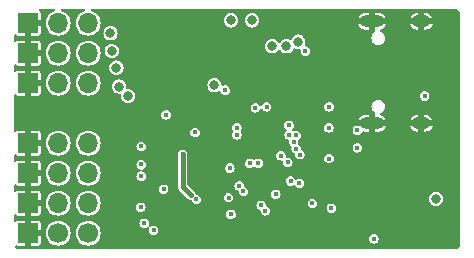
<source format=gbr>
%TF.GenerationSoftware,KiCad,Pcbnew,7.0.8*%
%TF.CreationDate,2023-10-14T12:30:27+02:00*%
%TF.ProjectId,RotorflightF7,526f746f-7266-46c6-9967-687446372e6b,rev?*%
%TF.SameCoordinates,Original*%
%TF.FileFunction,Copper,L3,Inr*%
%TF.FilePolarity,Positive*%
%FSLAX46Y46*%
G04 Gerber Fmt 4.6, Leading zero omitted, Abs format (unit mm)*
G04 Created by KiCad (PCBNEW 7.0.8) date 2023-10-14 12:30:27*
%MOMM*%
%LPD*%
G01*
G04 APERTURE LIST*
%TA.AperFunction,ComponentPad*%
%ADD10C,1.700000*%
%TD*%
%TA.AperFunction,ComponentPad*%
%ADD11O,1.700000X1.700000*%
%TD*%
%TA.AperFunction,ComponentPad*%
%ADD12R,1.700000X1.700000*%
%TD*%
%TA.AperFunction,ComponentPad*%
%ADD13O,2.100000X1.000000*%
%TD*%
%TA.AperFunction,ComponentPad*%
%ADD14O,1.600000X1.000000*%
%TD*%
%TA.AperFunction,ViaPad*%
%ADD15C,0.400000*%
%TD*%
%TA.AperFunction,ViaPad*%
%ADD16C,0.800000*%
%TD*%
%TA.AperFunction,Conductor*%
%ADD17C,0.400000*%
%TD*%
G04 APERTURE END LIST*
D10*
%TO.N,Net-(J2-Pin_1)*%
%TO.C,J2*%
X105000000Y-57550000D03*
D11*
%TO.N,Net-(J2-Pin_2)*%
X105000000Y-55010000D03*
%TO.N,Net-(J2-Pin_3)*%
X105000000Y-52470000D03*
%TO.N,Net-(J2-Pin_4)*%
X105000000Y-49930000D03*
%TO.N,Net-(J2-Pin_5)*%
X105000000Y-44850000D03*
%TO.N,Net-(J2-Pin_6)*%
X105000000Y-42310000D03*
%TO.N,Net-(J2-Pin_7)*%
X105000000Y-39770000D03*
D10*
%TO.N,VBUS*%
X102460000Y-57550000D03*
D11*
X102460000Y-55010000D03*
X102460000Y-52470000D03*
X102460000Y-49930000D03*
X102460000Y-44850000D03*
X102460000Y-42310000D03*
X102460000Y-39770000D03*
D12*
%TO.N,GND*%
X99920000Y-57550000D03*
X99920000Y-55010000D03*
X99920000Y-52470000D03*
X99920000Y-49930000D03*
X99920000Y-44850000D03*
X99920000Y-42310000D03*
X99920000Y-39770000D03*
%TD*%
D13*
%TO.N,GND*%
%TO.C,J1*%
X129020000Y-48250000D03*
D14*
X133200000Y-48250000D03*
D13*
X129020000Y-39610000D03*
D14*
X133200000Y-39610000D03*
%TD*%
D15*
%TO.N,GND*%
X125674601Y-42280000D03*
X122790000Y-54580000D03*
D16*
X111590000Y-44230000D03*
X110190000Y-45730000D03*
X111590000Y-45730000D03*
D15*
X125290000Y-47930000D03*
D16*
X134490000Y-55830000D03*
D15*
X117690000Y-55930000D03*
X115140000Y-47130500D03*
X125542950Y-58329500D03*
X111990000Y-53780000D03*
D16*
X108290000Y-39430000D03*
D15*
X129145506Y-57351605D03*
D16*
X116580500Y-43947562D03*
D15*
X124876411Y-44216411D03*
X125460862Y-54660519D03*
X111590000Y-48530000D03*
D16*
%TO.N,+3V3*%
X120590000Y-41730000D03*
D15*
X123990000Y-55030000D03*
X116990000Y-52030000D03*
X116590000Y-45430000D03*
X119164500Y-46929500D03*
X133490000Y-45930000D03*
X114049385Y-49023357D03*
X111590000Y-47530000D03*
X116890000Y-54530000D03*
X125390000Y-46849500D03*
X117090000Y-55930000D03*
D16*
X122790000Y-41330000D03*
D15*
X127790000Y-50330000D03*
X125590000Y-55430000D03*
X125374920Y-48630923D03*
D16*
X121790000Y-41730000D03*
D15*
X127785619Y-48833662D03*
X123390000Y-42130000D03*
X129190000Y-58030000D03*
D16*
%TO.N,VBUS*%
X107590000Y-45130000D03*
X106990000Y-42130000D03*
X107390000Y-43530000D03*
X108390000Y-45930000D03*
D15*
%TO.N,+5V*%
X112990000Y-50854500D03*
D16*
X117090000Y-39530000D03*
X118890000Y-39530000D03*
X134439500Y-54630000D03*
D15*
X113690000Y-54330000D03*
D16*
X106890000Y-40630000D03*
X115690000Y-45030000D03*
D15*
%TO.N,/S1*%
X110540000Y-57304500D03*
%TO.N,/S2*%
X109738378Y-56705500D03*
%TO.N,/S3*%
X109467500Y-55352500D03*
X122140000Y-53129500D03*
X118140500Y-54015310D03*
%TO.N,/TAIL*%
X111390000Y-53830000D03*
%TO.N,/ESC*%
X109490000Y-52730000D03*
%TO.N,/RPM*%
X109490000Y-51730000D03*
X122000370Y-48401437D03*
X109490000Y-50205500D03*
%TO.N,/SBUS*%
X122016280Y-49212171D03*
%TO.N,Net-(U6-VCAP_1)*%
X122890000Y-53330000D03*
%TO.N,/MCU_D-*%
X119393200Y-51633200D03*
%TO.N,/MCU_D+*%
X118690000Y-51630000D03*
%TO.N,Net-(U6-BOOT0)*%
X117790000Y-53529500D03*
%TO.N,/BARO_SCL*%
X117590000Y-49230000D03*
%TO.N,/BARO_SDA*%
X117590000Y-48630000D03*
%TO.N,Net-(U6-NRST)*%
X120103957Y-46843957D03*
%TO.N,/UART4_TX*%
X121318851Y-50995094D03*
%TO.N,/UART4_RX*%
X121901444Y-51554604D03*
%TO.N,/LED_RD*%
X120007886Y-55652964D03*
%TO.N,/LED_GR*%
X119639500Y-55180000D03*
%TO.N,/BMI_NSS*%
X122612650Y-49273376D03*
%TO.N,/BMI_SCK*%
X122390000Y-49830000D03*
%TO.N,/BMI_MISO*%
X122918351Y-50902327D03*
%TO.N,/BMI_MOSI*%
X122612650Y-50386624D03*
%TO.N,/BMI_INT*%
X114169602Y-54689702D03*
X120892700Y-54237274D03*
X125390000Y-51230000D03*
%TD*%
D17*
%TO.N,+5V*%
X112990000Y-53630000D02*
X113690000Y-54330000D01*
X112990000Y-50854500D02*
X112990000Y-53630000D01*
%TD*%
%TA.AperFunction,Conductor*%
%TO.N,GND*%
G36*
X102158321Y-38550185D02*
G01*
X102204076Y-38602989D01*
X102214020Y-38672147D01*
X102184995Y-38735703D01*
X102127278Y-38773160D01*
X102061278Y-38793181D01*
X102056043Y-38794769D01*
X101945898Y-38853643D01*
X101873550Y-38892315D01*
X101873548Y-38892316D01*
X101873547Y-38892317D01*
X101713589Y-39023589D01*
X101582317Y-39183547D01*
X101484769Y-39366043D01*
X101424699Y-39564067D01*
X101404417Y-39770000D01*
X101424699Y-39975932D01*
X101438067Y-40020000D01*
X101484768Y-40173954D01*
X101582315Y-40356450D01*
X101582317Y-40356452D01*
X101713589Y-40516410D01*
X101810209Y-40595702D01*
X101873550Y-40647685D01*
X102056046Y-40745232D01*
X102254066Y-40805300D01*
X102254065Y-40805300D01*
X102272529Y-40807118D01*
X102460000Y-40825583D01*
X102665934Y-40805300D01*
X102863954Y-40745232D01*
X103046450Y-40647685D01*
X103206410Y-40516410D01*
X103337685Y-40356450D01*
X103435232Y-40173954D01*
X103495300Y-39975934D01*
X103515583Y-39770000D01*
X103495300Y-39564066D01*
X103435232Y-39366046D01*
X103337685Y-39183550D01*
X103254503Y-39082192D01*
X103206410Y-39023589D01*
X103046452Y-38892317D01*
X103046453Y-38892317D01*
X103046450Y-38892315D01*
X102863954Y-38794768D01*
X102792721Y-38773160D01*
X102734284Y-38734863D01*
X102705828Y-38671051D01*
X102716388Y-38601984D01*
X102762612Y-38549591D01*
X102828718Y-38530500D01*
X104631282Y-38530500D01*
X104698321Y-38550185D01*
X104744076Y-38602989D01*
X104754020Y-38672147D01*
X104724995Y-38735703D01*
X104667278Y-38773160D01*
X104601278Y-38793181D01*
X104596043Y-38794769D01*
X104485898Y-38853643D01*
X104413550Y-38892315D01*
X104413548Y-38892316D01*
X104413547Y-38892317D01*
X104253589Y-39023589D01*
X104122317Y-39183547D01*
X104024769Y-39366043D01*
X103964699Y-39564067D01*
X103944417Y-39770000D01*
X103964699Y-39975932D01*
X103978067Y-40020000D01*
X104024768Y-40173954D01*
X104122315Y-40356450D01*
X104122317Y-40356452D01*
X104253589Y-40516410D01*
X104350209Y-40595702D01*
X104413550Y-40647685D01*
X104596046Y-40745232D01*
X104794066Y-40805300D01*
X104794065Y-40805300D01*
X104812529Y-40807118D01*
X105000000Y-40825583D01*
X105205934Y-40805300D01*
X105403954Y-40745232D01*
X105586450Y-40647685D01*
X105607998Y-40630001D01*
X106284318Y-40630001D01*
X106304955Y-40786760D01*
X106304956Y-40786762D01*
X106313917Y-40808397D01*
X106365464Y-40932841D01*
X106461718Y-41058282D01*
X106587159Y-41154536D01*
X106733238Y-41215044D01*
X106811619Y-41225363D01*
X106889999Y-41235682D01*
X106890000Y-41235682D01*
X106890001Y-41235682D01*
X106942254Y-41228802D01*
X107046762Y-41215044D01*
X107192841Y-41154536D01*
X107318282Y-41058282D01*
X107414536Y-40932841D01*
X107475044Y-40786762D01*
X107495682Y-40630000D01*
X107475044Y-40473238D01*
X107414536Y-40327159D01*
X107318282Y-40201718D01*
X107192841Y-40105464D01*
X107181576Y-40100798D01*
X107046762Y-40044956D01*
X107046760Y-40044955D01*
X106890001Y-40024318D01*
X106889999Y-40024318D01*
X106733239Y-40044955D01*
X106733237Y-40044956D01*
X106587160Y-40105463D01*
X106461718Y-40201718D01*
X106365463Y-40327160D01*
X106304956Y-40473237D01*
X106304955Y-40473239D01*
X106284318Y-40629998D01*
X106284318Y-40630001D01*
X105607998Y-40630001D01*
X105746410Y-40516410D01*
X105877685Y-40356450D01*
X105975232Y-40173954D01*
X106035300Y-39975934D01*
X106055583Y-39770000D01*
X106035300Y-39564066D01*
X106024967Y-39530001D01*
X116484318Y-39530001D01*
X116504955Y-39686760D01*
X116504956Y-39686762D01*
X116565464Y-39832841D01*
X116661718Y-39958282D01*
X116787159Y-40054536D01*
X116933238Y-40115044D01*
X117011619Y-40125363D01*
X117089999Y-40135682D01*
X117090000Y-40135682D01*
X117090001Y-40135682D01*
X117142254Y-40128802D01*
X117246762Y-40115044D01*
X117392841Y-40054536D01*
X117518282Y-39958282D01*
X117614536Y-39832841D01*
X117675044Y-39686762D01*
X117688857Y-39581840D01*
X117695682Y-39530001D01*
X118284318Y-39530001D01*
X118304955Y-39686760D01*
X118304956Y-39686762D01*
X118365464Y-39832841D01*
X118461718Y-39958282D01*
X118587159Y-40054536D01*
X118733238Y-40115044D01*
X118811619Y-40125363D01*
X118889999Y-40135682D01*
X118890000Y-40135682D01*
X118890001Y-40135682D01*
X118942254Y-40128802D01*
X119046762Y-40115044D01*
X119192841Y-40054536D01*
X119318282Y-39958282D01*
X119393696Y-39860000D01*
X127810672Y-39860000D01*
X127810683Y-39860048D01*
X127889680Y-40010567D01*
X128002400Y-40137801D01*
X128002406Y-40137807D01*
X128142303Y-40234369D01*
X128142301Y-40234369D01*
X128301248Y-40294650D01*
X128301250Y-40294651D01*
X128427657Y-40310000D01*
X128770000Y-40310000D01*
X128770000Y-39910000D01*
X129270000Y-39910000D01*
X129270000Y-40310000D01*
X129296505Y-40336505D01*
X129329990Y-40397828D01*
X129325006Y-40467520D01*
X129283134Y-40523453D01*
X129266597Y-40532870D01*
X129266809Y-40533236D01*
X129259770Y-40537299D01*
X129139549Y-40629549D01*
X129050784Y-40745230D01*
X129047300Y-40749770D01*
X128989313Y-40889763D01*
X128989312Y-40889765D01*
X128969534Y-41039999D01*
X128969534Y-41040000D01*
X128989312Y-41190234D01*
X128989313Y-41190236D01*
X129047204Y-41329998D01*
X129047302Y-41330233D01*
X129139549Y-41450451D01*
X129259767Y-41542698D01*
X129399764Y-41600687D01*
X129512280Y-41615500D01*
X129512287Y-41615500D01*
X129587713Y-41615500D01*
X129587720Y-41615500D01*
X129700236Y-41600687D01*
X129840233Y-41542698D01*
X129960451Y-41450451D01*
X130052698Y-41330233D01*
X130110687Y-41190236D01*
X130130466Y-41040000D01*
X130128775Y-41027159D01*
X130110687Y-40889765D01*
X130110687Y-40889764D01*
X130052698Y-40749767D01*
X129960451Y-40629549D01*
X129840233Y-40537302D01*
X129840229Y-40537300D01*
X129774753Y-40510179D01*
X129720350Y-40466338D01*
X129698285Y-40400044D01*
X129715564Y-40332345D01*
X129766701Y-40284734D01*
X129778235Y-40279676D01*
X129897695Y-40234370D01*
X129897696Y-40234369D01*
X130037593Y-40137807D01*
X130037599Y-40137801D01*
X130150319Y-40010567D01*
X130229316Y-39860048D01*
X130229328Y-39860000D01*
X132240672Y-39860000D01*
X132240683Y-39860048D01*
X132319680Y-40010567D01*
X132432400Y-40137801D01*
X132432406Y-40137807D01*
X132572303Y-40234369D01*
X132572301Y-40234369D01*
X132731248Y-40294650D01*
X132731250Y-40294651D01*
X132857657Y-40310000D01*
X132950000Y-40310000D01*
X132950000Y-39910000D01*
X133450000Y-39910000D01*
X133450000Y-40310000D01*
X133542343Y-40310000D01*
X133668749Y-40294651D01*
X133668751Y-40294650D01*
X133827697Y-40234369D01*
X133967593Y-40137807D01*
X133967599Y-40137801D01*
X134080319Y-40010567D01*
X134159316Y-39860048D01*
X134159328Y-39860000D01*
X133666111Y-39860000D01*
X133705610Y-39835543D01*
X133773201Y-39746038D01*
X133803895Y-39638160D01*
X133793546Y-39526479D01*
X133743552Y-39426078D01*
X133671069Y-39360000D01*
X134159328Y-39360000D01*
X134159316Y-39359951D01*
X134080319Y-39209432D01*
X133967599Y-39082198D01*
X133967593Y-39082192D01*
X133827696Y-38985630D01*
X133827698Y-38985630D01*
X133668751Y-38925349D01*
X133668749Y-38925348D01*
X133542343Y-38910000D01*
X133450000Y-38910000D01*
X133450000Y-39310000D01*
X132950000Y-39310000D01*
X132950000Y-38910000D01*
X132857657Y-38910000D01*
X132731250Y-38925348D01*
X132731248Y-38925349D01*
X132572302Y-38985630D01*
X132432406Y-39082192D01*
X132432400Y-39082198D01*
X132319680Y-39209432D01*
X132240683Y-39359951D01*
X132240672Y-39360000D01*
X132733889Y-39360000D01*
X132694390Y-39384457D01*
X132626799Y-39473962D01*
X132596105Y-39581840D01*
X132606454Y-39693521D01*
X132656448Y-39793922D01*
X132728931Y-39860000D01*
X132240672Y-39860000D01*
X130229328Y-39860000D01*
X129736111Y-39860000D01*
X129775610Y-39835543D01*
X129843201Y-39746038D01*
X129873895Y-39638160D01*
X129863546Y-39526479D01*
X129813552Y-39426078D01*
X129741069Y-39360000D01*
X130229328Y-39360000D01*
X130229316Y-39359951D01*
X130150319Y-39209432D01*
X130037599Y-39082198D01*
X130037593Y-39082192D01*
X129897696Y-38985630D01*
X129897698Y-38985630D01*
X129738751Y-38925349D01*
X129738749Y-38925348D01*
X129612343Y-38910000D01*
X129270000Y-38910000D01*
X129270000Y-39310000D01*
X128770000Y-39310000D01*
X128770000Y-38910000D01*
X128427657Y-38910000D01*
X128301250Y-38925348D01*
X128301248Y-38925349D01*
X128142302Y-38985630D01*
X128002406Y-39082192D01*
X128002400Y-39082198D01*
X127889680Y-39209432D01*
X127810683Y-39359951D01*
X127810672Y-39360000D01*
X128303889Y-39360000D01*
X128264390Y-39384457D01*
X128196799Y-39473962D01*
X128166105Y-39581840D01*
X128176454Y-39693521D01*
X128226448Y-39793922D01*
X128298931Y-39860000D01*
X127810672Y-39860000D01*
X119393696Y-39860000D01*
X119414536Y-39832841D01*
X119475044Y-39686762D01*
X119488857Y-39581840D01*
X119495682Y-39530001D01*
X119495682Y-39529998D01*
X119475044Y-39373239D01*
X119475044Y-39373238D01*
X119414536Y-39227159D01*
X119318282Y-39101718D01*
X119192841Y-39005464D01*
X119046762Y-38944956D01*
X119046760Y-38944955D01*
X118890001Y-38924318D01*
X118889999Y-38924318D01*
X118733239Y-38944955D01*
X118733237Y-38944956D01*
X118587160Y-39005463D01*
X118461718Y-39101718D01*
X118365463Y-39227160D01*
X118304956Y-39373237D01*
X118304955Y-39373239D01*
X118284318Y-39529998D01*
X118284318Y-39530001D01*
X117695682Y-39530001D01*
X117695682Y-39529998D01*
X117675044Y-39373239D01*
X117675044Y-39373238D01*
X117614536Y-39227159D01*
X117518282Y-39101718D01*
X117392841Y-39005464D01*
X117246762Y-38944956D01*
X117246760Y-38944955D01*
X117090001Y-38924318D01*
X117089999Y-38924318D01*
X116933239Y-38944955D01*
X116933237Y-38944956D01*
X116787160Y-39005463D01*
X116661718Y-39101718D01*
X116565463Y-39227160D01*
X116504956Y-39373237D01*
X116504955Y-39373239D01*
X116484318Y-39529998D01*
X116484318Y-39530001D01*
X106024967Y-39530001D01*
X105975232Y-39366046D01*
X105877685Y-39183550D01*
X105794503Y-39082192D01*
X105746410Y-39023589D01*
X105586452Y-38892317D01*
X105586453Y-38892317D01*
X105586450Y-38892315D01*
X105403954Y-38794768D01*
X105332721Y-38773160D01*
X105274284Y-38734863D01*
X105245828Y-38671051D01*
X105256388Y-38601984D01*
X105302612Y-38549591D01*
X105368718Y-38530500D01*
X136139138Y-38530500D01*
X136206177Y-38550185D01*
X136226819Y-38566819D01*
X136453181Y-38793181D01*
X136486666Y-38854504D01*
X136489500Y-38880862D01*
X136489500Y-58579138D01*
X136469815Y-58646177D01*
X136453181Y-58666819D01*
X136226819Y-58893181D01*
X136165496Y-58926666D01*
X136139138Y-58929500D01*
X99040862Y-58929500D01*
X98973823Y-58909815D01*
X98953181Y-58893181D01*
X98846258Y-58786258D01*
X98812773Y-58724935D01*
X98817757Y-58655243D01*
X98859629Y-58599310D01*
X98925093Y-58574893D01*
X98981396Y-58584018D01*
X98991967Y-58588397D01*
X99050297Y-58599999D01*
X99050301Y-58600000D01*
X99670000Y-58600000D01*
X99670000Y-57985501D01*
X99777685Y-58034680D01*
X99884237Y-58050000D01*
X99955763Y-58050000D01*
X100062315Y-58034680D01*
X100170000Y-57985501D01*
X100170000Y-58600000D01*
X100789699Y-58600000D01*
X100789702Y-58599999D01*
X100848033Y-58588397D01*
X100848034Y-58588396D01*
X100914191Y-58544191D01*
X100958396Y-58478034D01*
X100958397Y-58478033D01*
X100969999Y-58419702D01*
X100970000Y-58419699D01*
X100970000Y-57800000D01*
X100353686Y-57800000D01*
X100379493Y-57759844D01*
X100420000Y-57621889D01*
X100420000Y-57550000D01*
X101404417Y-57550000D01*
X101424699Y-57755932D01*
X101438067Y-57800000D01*
X101484768Y-57953954D01*
X101582315Y-58136450D01*
X101582317Y-58136452D01*
X101713589Y-58296410D01*
X101788699Y-58358050D01*
X101873550Y-58427685D01*
X102056046Y-58525232D01*
X102254066Y-58585300D01*
X102254065Y-58585300D01*
X102272529Y-58587118D01*
X102460000Y-58605583D01*
X102665934Y-58585300D01*
X102863954Y-58525232D01*
X103046450Y-58427685D01*
X103206410Y-58296410D01*
X103337685Y-58136450D01*
X103435232Y-57953954D01*
X103495300Y-57755934D01*
X103515583Y-57550000D01*
X103944417Y-57550000D01*
X103964699Y-57755932D01*
X103978067Y-57800000D01*
X104024768Y-57953954D01*
X104122315Y-58136450D01*
X104122317Y-58136452D01*
X104253589Y-58296410D01*
X104328699Y-58358050D01*
X104413550Y-58427685D01*
X104596046Y-58525232D01*
X104794066Y-58585300D01*
X104794065Y-58585300D01*
X104812529Y-58587118D01*
X105000000Y-58605583D01*
X105205934Y-58585300D01*
X105403954Y-58525232D01*
X105586450Y-58427685D01*
X105746410Y-58296410D01*
X105877685Y-58136450D01*
X105934583Y-58030003D01*
X128784508Y-58030003D01*
X128804352Y-58155300D01*
X128804352Y-58155301D01*
X128804354Y-58155304D01*
X128861950Y-58268342D01*
X128861952Y-58268344D01*
X128861954Y-58268347D01*
X128951652Y-58358045D01*
X128951654Y-58358046D01*
X128951658Y-58358050D01*
X129064696Y-58415646D01*
X129064697Y-58415646D01*
X129064699Y-58415647D01*
X129189997Y-58435492D01*
X129190000Y-58435492D01*
X129190003Y-58435492D01*
X129315300Y-58415647D01*
X129315301Y-58415647D01*
X129315302Y-58415646D01*
X129315304Y-58415646D01*
X129428342Y-58358050D01*
X129518050Y-58268342D01*
X129575646Y-58155304D01*
X129575646Y-58155302D01*
X129575647Y-58155301D01*
X129575647Y-58155300D01*
X129595492Y-58030003D01*
X129595492Y-58029996D01*
X129575647Y-57904699D01*
X129575647Y-57904698D01*
X129563469Y-57880798D01*
X129518050Y-57791658D01*
X129518046Y-57791654D01*
X129518045Y-57791652D01*
X129428347Y-57701954D01*
X129428344Y-57701952D01*
X129428342Y-57701950D01*
X129315304Y-57644354D01*
X129315303Y-57644353D01*
X129315300Y-57644352D01*
X129190003Y-57624508D01*
X129189997Y-57624508D01*
X129064699Y-57644352D01*
X129064698Y-57644352D01*
X128989337Y-57682751D01*
X128951658Y-57701950D01*
X128951657Y-57701951D01*
X128951652Y-57701954D01*
X128861954Y-57791652D01*
X128861951Y-57791657D01*
X128804352Y-57904698D01*
X128804352Y-57904699D01*
X128784508Y-58029996D01*
X128784508Y-58030003D01*
X105934583Y-58030003D01*
X105975232Y-57953954D01*
X106035300Y-57755934D01*
X106055583Y-57550000D01*
X106035300Y-57344066D01*
X105975232Y-57146046D01*
X105877685Y-56963550D01*
X105774332Y-56837613D01*
X105746410Y-56803589D01*
X105626890Y-56705503D01*
X109332886Y-56705503D01*
X109352730Y-56830800D01*
X109352730Y-56830801D01*
X109356201Y-56837613D01*
X109410328Y-56943842D01*
X109410330Y-56943844D01*
X109410332Y-56943847D01*
X109500030Y-57033545D01*
X109500032Y-57033546D01*
X109500036Y-57033550D01*
X109613074Y-57091146D01*
X109613075Y-57091146D01*
X109613077Y-57091147D01*
X109738375Y-57110992D01*
X109738378Y-57110992D01*
X109738381Y-57110992D01*
X109863678Y-57091147D01*
X109863680Y-57091146D01*
X109863682Y-57091146D01*
X109976720Y-57033550D01*
X109976722Y-57033547D01*
X109979573Y-57032095D01*
X110048242Y-57019198D01*
X110112983Y-57045474D01*
X110153240Y-57102579D01*
X110156233Y-57172385D01*
X110154435Y-57178673D01*
X110134508Y-57304496D01*
X110134508Y-57304503D01*
X110154352Y-57429800D01*
X110154352Y-57429801D01*
X110154354Y-57429804D01*
X110211950Y-57542842D01*
X110211952Y-57542844D01*
X110211954Y-57542847D01*
X110301652Y-57632545D01*
X110301654Y-57632546D01*
X110301658Y-57632550D01*
X110414696Y-57690146D01*
X110414697Y-57690146D01*
X110414699Y-57690147D01*
X110539997Y-57709992D01*
X110540000Y-57709992D01*
X110540003Y-57709992D01*
X110665300Y-57690147D01*
X110665301Y-57690147D01*
X110665302Y-57690146D01*
X110665304Y-57690146D01*
X110778342Y-57632550D01*
X110868050Y-57542842D01*
X110925646Y-57429804D01*
X110925646Y-57429802D01*
X110925647Y-57429801D01*
X110925647Y-57429800D01*
X110945492Y-57304503D01*
X110945492Y-57304496D01*
X110925647Y-57179199D01*
X110925647Y-57179198D01*
X110925646Y-57179196D01*
X110868050Y-57066158D01*
X110868046Y-57066154D01*
X110868045Y-57066152D01*
X110778347Y-56976454D01*
X110778344Y-56976452D01*
X110778342Y-56976450D01*
X110665304Y-56918854D01*
X110665303Y-56918853D01*
X110665300Y-56918852D01*
X110540003Y-56899008D01*
X110539997Y-56899008D01*
X110414699Y-56918852D01*
X110414698Y-56918852D01*
X110326981Y-56963547D01*
X110301658Y-56976450D01*
X110301657Y-56976450D01*
X110298803Y-56977905D01*
X110230134Y-56990801D01*
X110165393Y-56964525D01*
X110125136Y-56907418D01*
X110122144Y-56837613D01*
X110123942Y-56831320D01*
X110124025Y-56830800D01*
X110143870Y-56705500D01*
X110143870Y-56705496D01*
X110124025Y-56580199D01*
X110124025Y-56580198D01*
X110121258Y-56574768D01*
X110066428Y-56467158D01*
X110066424Y-56467154D01*
X110066423Y-56467152D01*
X109976725Y-56377454D01*
X109976722Y-56377452D01*
X109976720Y-56377450D01*
X109863682Y-56319854D01*
X109863681Y-56319853D01*
X109863678Y-56319852D01*
X109738381Y-56300008D01*
X109738375Y-56300008D01*
X109613077Y-56319852D01*
X109613076Y-56319852D01*
X109537715Y-56358251D01*
X109500036Y-56377450D01*
X109500035Y-56377451D01*
X109500030Y-56377454D01*
X109410332Y-56467152D01*
X109410329Y-56467157D01*
X109352730Y-56580198D01*
X109352730Y-56580199D01*
X109332886Y-56705496D01*
X109332886Y-56705503D01*
X105626890Y-56705503D01*
X105586452Y-56672317D01*
X105586453Y-56672317D01*
X105586450Y-56672315D01*
X105403954Y-56574768D01*
X105205934Y-56514700D01*
X105205932Y-56514699D01*
X105205934Y-56514699D01*
X105000000Y-56494417D01*
X104794067Y-56514699D01*
X104596043Y-56574769D01*
X104485898Y-56633643D01*
X104413550Y-56672315D01*
X104413548Y-56672316D01*
X104413547Y-56672317D01*
X104253589Y-56803589D01*
X104122317Y-56963547D01*
X104122315Y-56963550D01*
X104115418Y-56976454D01*
X104024769Y-57146043D01*
X103964699Y-57344067D01*
X103944417Y-57550000D01*
X103515583Y-57550000D01*
X103495300Y-57344066D01*
X103435232Y-57146046D01*
X103337685Y-56963550D01*
X103234332Y-56837613D01*
X103206410Y-56803589D01*
X103046452Y-56672317D01*
X103046453Y-56672317D01*
X103046450Y-56672315D01*
X102863954Y-56574768D01*
X102665934Y-56514700D01*
X102665932Y-56514699D01*
X102665934Y-56514699D01*
X102460000Y-56494417D01*
X102254067Y-56514699D01*
X102056043Y-56574769D01*
X101945898Y-56633643D01*
X101873550Y-56672315D01*
X101873548Y-56672316D01*
X101873547Y-56672317D01*
X101713589Y-56803589D01*
X101582317Y-56963547D01*
X101582315Y-56963550D01*
X101575418Y-56976454D01*
X101484769Y-57146043D01*
X101424699Y-57344067D01*
X101404417Y-57550000D01*
X100420000Y-57550000D01*
X100420000Y-57478111D01*
X100379493Y-57340156D01*
X100353686Y-57300000D01*
X100970000Y-57300000D01*
X100970000Y-56680301D01*
X100969999Y-56680297D01*
X100958397Y-56621966D01*
X100958396Y-56621965D01*
X100914191Y-56555808D01*
X100848034Y-56511603D01*
X100848033Y-56511602D01*
X100789702Y-56500000D01*
X100170000Y-56500000D01*
X100170000Y-57114498D01*
X100062315Y-57065320D01*
X99955763Y-57050000D01*
X99884237Y-57050000D01*
X99777685Y-57065320D01*
X99670000Y-57114498D01*
X99670000Y-56500000D01*
X99050297Y-56500000D01*
X98991966Y-56511602D01*
X98991965Y-56511603D01*
X98925807Y-56555808D01*
X98917601Y-56568090D01*
X98863989Y-56612894D01*
X98794663Y-56621601D01*
X98731636Y-56591446D01*
X98694918Y-56532002D01*
X98690500Y-56499198D01*
X98690500Y-56060801D01*
X98710185Y-55993762D01*
X98762989Y-55948007D01*
X98832147Y-55938063D01*
X98895703Y-55967088D01*
X98917603Y-55991911D01*
X98925808Y-56004192D01*
X98991965Y-56048396D01*
X98991966Y-56048397D01*
X99050297Y-56059999D01*
X99050301Y-56060000D01*
X99670000Y-56060000D01*
X99670000Y-55445501D01*
X99777685Y-55494680D01*
X99884237Y-55510000D01*
X99955763Y-55510000D01*
X100062315Y-55494680D01*
X100170000Y-55445501D01*
X100170000Y-56060000D01*
X100789699Y-56060000D01*
X100789702Y-56059999D01*
X100848033Y-56048397D01*
X100848034Y-56048396D01*
X100914191Y-56004191D01*
X100958396Y-55938034D01*
X100958397Y-55938033D01*
X100969999Y-55879702D01*
X100970000Y-55879699D01*
X100970000Y-55260000D01*
X100353686Y-55260000D01*
X100379493Y-55219844D01*
X100420000Y-55081889D01*
X100420000Y-55010000D01*
X101404417Y-55010000D01*
X101424699Y-55215932D01*
X101440599Y-55268347D01*
X101467808Y-55358045D01*
X101484769Y-55413956D01*
X101485125Y-55414622D01*
X101582315Y-55596450D01*
X101582317Y-55596452D01*
X101713589Y-55756410D01*
X101785771Y-55815647D01*
X101873550Y-55887685D01*
X102056046Y-55985232D01*
X102254066Y-56045300D01*
X102254065Y-56045300D01*
X102272529Y-56047118D01*
X102460000Y-56065583D01*
X102665934Y-56045300D01*
X102863954Y-55985232D01*
X103046450Y-55887685D01*
X103206410Y-55756410D01*
X103337685Y-55596450D01*
X103435232Y-55413954D01*
X103495300Y-55215934D01*
X103515583Y-55010000D01*
X103944417Y-55010000D01*
X103964699Y-55215932D01*
X103980599Y-55268347D01*
X104007808Y-55358045D01*
X104024769Y-55413956D01*
X104025125Y-55414622D01*
X104122315Y-55596450D01*
X104122317Y-55596452D01*
X104253589Y-55756410D01*
X104325771Y-55815647D01*
X104413550Y-55887685D01*
X104596046Y-55985232D01*
X104794066Y-56045300D01*
X104794065Y-56045300D01*
X104812529Y-56047118D01*
X105000000Y-56065583D01*
X105205934Y-56045300D01*
X105403954Y-55985232D01*
X105507279Y-55930003D01*
X116684508Y-55930003D01*
X116704352Y-56055300D01*
X116704352Y-56055301D01*
X116709591Y-56065582D01*
X116761950Y-56168342D01*
X116761952Y-56168344D01*
X116761954Y-56168347D01*
X116851652Y-56258045D01*
X116851654Y-56258046D01*
X116851658Y-56258050D01*
X116964696Y-56315646D01*
X116964697Y-56315646D01*
X116964699Y-56315647D01*
X117089997Y-56335492D01*
X117090000Y-56335492D01*
X117090003Y-56335492D01*
X117215300Y-56315647D01*
X117215301Y-56315647D01*
X117215302Y-56315646D01*
X117215304Y-56315646D01*
X117328342Y-56258050D01*
X117418050Y-56168342D01*
X117475646Y-56055304D01*
X117475646Y-56055302D01*
X117475647Y-56055301D01*
X117475647Y-56055300D01*
X117495492Y-55930003D01*
X117495492Y-55929996D01*
X117475647Y-55804699D01*
X117475647Y-55804698D01*
X117462180Y-55778268D01*
X117418050Y-55691658D01*
X117418046Y-55691654D01*
X117418045Y-55691652D01*
X117328347Y-55601954D01*
X117328344Y-55601952D01*
X117328342Y-55601950D01*
X117215304Y-55544354D01*
X117215303Y-55544353D01*
X117215300Y-55544352D01*
X117090003Y-55524508D01*
X117089997Y-55524508D01*
X116964699Y-55544352D01*
X116964698Y-55544352D01*
X116891972Y-55581409D01*
X116851658Y-55601950D01*
X116851657Y-55601951D01*
X116851652Y-55601954D01*
X116761954Y-55691652D01*
X116761951Y-55691657D01*
X116704352Y-55804698D01*
X116704352Y-55804699D01*
X116684508Y-55929996D01*
X116684508Y-55930003D01*
X105507279Y-55930003D01*
X105586450Y-55887685D01*
X105746410Y-55756410D01*
X105877685Y-55596450D01*
X105975232Y-55413954D01*
X105993873Y-55352503D01*
X109062008Y-55352503D01*
X109081852Y-55477800D01*
X109081852Y-55477801D01*
X109081854Y-55477804D01*
X109139450Y-55590842D01*
X109139452Y-55590844D01*
X109139454Y-55590847D01*
X109229152Y-55680545D01*
X109229154Y-55680546D01*
X109229158Y-55680550D01*
X109342196Y-55738146D01*
X109342197Y-55738146D01*
X109342199Y-55738147D01*
X109467497Y-55757992D01*
X109467500Y-55757992D01*
X109467503Y-55757992D01*
X109592800Y-55738147D01*
X109592801Y-55738147D01*
X109592802Y-55738146D01*
X109592804Y-55738146D01*
X109705842Y-55680550D01*
X109795550Y-55590842D01*
X109853146Y-55477804D01*
X109853146Y-55477802D01*
X109853147Y-55477801D01*
X109853147Y-55477800D01*
X109872992Y-55352503D01*
X109872992Y-55352496D01*
X109853147Y-55227199D01*
X109853147Y-55227198D01*
X109835038Y-55191658D01*
X109829100Y-55180003D01*
X119234008Y-55180003D01*
X119253852Y-55305300D01*
X119253852Y-55305301D01*
X119253854Y-55305304D01*
X119311450Y-55418342D01*
X119311452Y-55418344D01*
X119311454Y-55418347D01*
X119401152Y-55508045D01*
X119401154Y-55508046D01*
X119401158Y-55508050D01*
X119514196Y-55565646D01*
X119514201Y-55565646D01*
X119520333Y-55567640D01*
X119578007Y-55607078D01*
X119604485Y-55666172D01*
X119622238Y-55778265D01*
X119622240Y-55778268D01*
X119679836Y-55891306D01*
X119679838Y-55891308D01*
X119679840Y-55891311D01*
X119769538Y-55981009D01*
X119769540Y-55981010D01*
X119769544Y-55981014D01*
X119882582Y-56038610D01*
X119882583Y-56038610D01*
X119882585Y-56038611D01*
X120007883Y-56058456D01*
X120007886Y-56058456D01*
X120007889Y-56058456D01*
X120133186Y-56038611D01*
X120133187Y-56038611D01*
X120133188Y-56038610D01*
X120133190Y-56038610D01*
X120246228Y-55981014D01*
X120335936Y-55891306D01*
X120393532Y-55778268D01*
X120393532Y-55778266D01*
X120393533Y-55778265D01*
X120393533Y-55778264D01*
X120413378Y-55652967D01*
X120413378Y-55652960D01*
X120393533Y-55527663D01*
X120393533Y-55527662D01*
X120391926Y-55524508D01*
X120335936Y-55414622D01*
X120335932Y-55414618D01*
X120335931Y-55414616D01*
X120246233Y-55324918D01*
X120246230Y-55324916D01*
X120246228Y-55324914D01*
X120133190Y-55267318D01*
X120133189Y-55267317D01*
X120133184Y-55267315D01*
X120127050Y-55265322D01*
X120069376Y-55225883D01*
X120042900Y-55166790D01*
X120025147Y-55054699D01*
X120025147Y-55054698D01*
X120012564Y-55030003D01*
X123584508Y-55030003D01*
X123604352Y-55155300D01*
X123604352Y-55155301D01*
X123604354Y-55155304D01*
X123661950Y-55268342D01*
X123661952Y-55268344D01*
X123661954Y-55268347D01*
X123751652Y-55358045D01*
X123751654Y-55358046D01*
X123751658Y-55358050D01*
X123864696Y-55415646D01*
X123864697Y-55415646D01*
X123864699Y-55415647D01*
X123989997Y-55435492D01*
X123990000Y-55435492D01*
X123990003Y-55435492D01*
X124024659Y-55430003D01*
X125184508Y-55430003D01*
X125204352Y-55555300D01*
X125204352Y-55555301D01*
X125217655Y-55581409D01*
X125261950Y-55668342D01*
X125261952Y-55668344D01*
X125261954Y-55668347D01*
X125351652Y-55758045D01*
X125351654Y-55758046D01*
X125351658Y-55758050D01*
X125464696Y-55815646D01*
X125464697Y-55815646D01*
X125464699Y-55815647D01*
X125589997Y-55835492D01*
X125590000Y-55835492D01*
X125590003Y-55835492D01*
X125715300Y-55815647D01*
X125715301Y-55815647D01*
X125715302Y-55815646D01*
X125715304Y-55815646D01*
X125828342Y-55758050D01*
X125918050Y-55668342D01*
X125975646Y-55555304D01*
X125975646Y-55555302D01*
X125975647Y-55555301D01*
X125975647Y-55555300D01*
X125995492Y-55430003D01*
X125995492Y-55429996D01*
X125975647Y-55304699D01*
X125975647Y-55304698D01*
X125957125Y-55268347D01*
X125918050Y-55191658D01*
X125918046Y-55191654D01*
X125918045Y-55191652D01*
X125828347Y-55101954D01*
X125828344Y-55101952D01*
X125828342Y-55101950D01*
X125715304Y-55044354D01*
X125715303Y-55044353D01*
X125715300Y-55044352D01*
X125590003Y-55024508D01*
X125589997Y-55024508D01*
X125464699Y-55044352D01*
X125464698Y-55044352D01*
X125403867Y-55075348D01*
X125351658Y-55101950D01*
X125351657Y-55101951D01*
X125351652Y-55101954D01*
X125261954Y-55191652D01*
X125261951Y-55191657D01*
X125261950Y-55191658D01*
X125244511Y-55225883D01*
X125204352Y-55304698D01*
X125204352Y-55304699D01*
X125184508Y-55429996D01*
X125184508Y-55430003D01*
X124024659Y-55430003D01*
X124115300Y-55415647D01*
X124115301Y-55415647D01*
X124115302Y-55415646D01*
X124115304Y-55415646D01*
X124228342Y-55358050D01*
X124318050Y-55268342D01*
X124375646Y-55155304D01*
X124375646Y-55155302D01*
X124375647Y-55155301D01*
X124375647Y-55155300D01*
X124395492Y-55030003D01*
X124395492Y-55029996D01*
X124375647Y-54904699D01*
X124375647Y-54904698D01*
X124375646Y-54904696D01*
X124318050Y-54791658D01*
X124318046Y-54791654D01*
X124318045Y-54791652D01*
X124228347Y-54701954D01*
X124228344Y-54701952D01*
X124228342Y-54701950D01*
X124115304Y-54644354D01*
X124115303Y-54644353D01*
X124115300Y-54644352D01*
X124024686Y-54630001D01*
X133833818Y-54630001D01*
X133854455Y-54786760D01*
X133854456Y-54786762D01*
X133907841Y-54915646D01*
X133914964Y-54932841D01*
X134011218Y-55058282D01*
X134136659Y-55154536D01*
X134282738Y-55215044D01*
X134319198Y-55219844D01*
X134439499Y-55235682D01*
X134439500Y-55235682D01*
X134439501Y-55235682D01*
X134503935Y-55227199D01*
X134596262Y-55215044D01*
X134742341Y-55154536D01*
X134867782Y-55058282D01*
X134964036Y-54932841D01*
X135024544Y-54786762D01*
X135045182Y-54630000D01*
X135042028Y-54606046D01*
X135024544Y-54473239D01*
X135024544Y-54473238D01*
X134964036Y-54327159D01*
X134867782Y-54201718D01*
X134742341Y-54105464D01*
X134709010Y-54091658D01*
X134596262Y-54044956D01*
X134596260Y-54044955D01*
X134439501Y-54024318D01*
X134439499Y-54024318D01*
X134282739Y-54044955D01*
X134282737Y-54044956D01*
X134136660Y-54105463D01*
X134011218Y-54201718D01*
X133914963Y-54327160D01*
X133854456Y-54473237D01*
X133854455Y-54473239D01*
X133833818Y-54629998D01*
X133833818Y-54630001D01*
X124024686Y-54630001D01*
X123990003Y-54624508D01*
X123989997Y-54624508D01*
X123864699Y-54644352D01*
X123864698Y-54644352D01*
X123796303Y-54679202D01*
X123751658Y-54701950D01*
X123751657Y-54701951D01*
X123751652Y-54701954D01*
X123661954Y-54791652D01*
X123661951Y-54791657D01*
X123661950Y-54791658D01*
X123654484Y-54806311D01*
X123604352Y-54904698D01*
X123604352Y-54904699D01*
X123584508Y-55029996D01*
X123584508Y-55030003D01*
X120012564Y-55030003D01*
X119967550Y-54941658D01*
X119967546Y-54941654D01*
X119967545Y-54941652D01*
X119877847Y-54851954D01*
X119877844Y-54851952D01*
X119877842Y-54851950D01*
X119764804Y-54794354D01*
X119764803Y-54794353D01*
X119764800Y-54794352D01*
X119639503Y-54774508D01*
X119639497Y-54774508D01*
X119514199Y-54794352D01*
X119514198Y-54794352D01*
X119438837Y-54832751D01*
X119401158Y-54851950D01*
X119401157Y-54851951D01*
X119401152Y-54851954D01*
X119311454Y-54941652D01*
X119311451Y-54941657D01*
X119253852Y-55054698D01*
X119253852Y-55054699D01*
X119234008Y-55179996D01*
X119234008Y-55180003D01*
X109829100Y-55180003D01*
X109795550Y-55114158D01*
X109795546Y-55114154D01*
X109795545Y-55114152D01*
X109705847Y-55024454D01*
X109705844Y-55024452D01*
X109705842Y-55024450D01*
X109592804Y-54966854D01*
X109592803Y-54966853D01*
X109592800Y-54966852D01*
X109467503Y-54947008D01*
X109467497Y-54947008D01*
X109342199Y-54966852D01*
X109342198Y-54966852D01*
X109266837Y-55005251D01*
X109229158Y-55024450D01*
X109229157Y-55024451D01*
X109229152Y-55024454D01*
X109139454Y-55114152D01*
X109139451Y-55114157D01*
X109081852Y-55227198D01*
X109081852Y-55227199D01*
X109062008Y-55352496D01*
X109062008Y-55352503D01*
X105993873Y-55352503D01*
X106035300Y-55215934D01*
X106055583Y-55010000D01*
X106035300Y-54804066D01*
X105975232Y-54606046D01*
X105877685Y-54423550D01*
X105811871Y-54343355D01*
X105746410Y-54263589D01*
X105603018Y-54145912D01*
X105586450Y-54132315D01*
X105403954Y-54034768D01*
X105205934Y-53974700D01*
X105205932Y-53974699D01*
X105205934Y-53974699D01*
X105000000Y-53954417D01*
X104794067Y-53974699D01*
X104596043Y-54034769D01*
X104489613Y-54091658D01*
X104413550Y-54132315D01*
X104413548Y-54132316D01*
X104413547Y-54132317D01*
X104253589Y-54263589D01*
X104124570Y-54420802D01*
X104122315Y-54423550D01*
X104094485Y-54475616D01*
X104024769Y-54606043D01*
X103964699Y-54804067D01*
X103944417Y-55010000D01*
X103515583Y-55010000D01*
X103495300Y-54804066D01*
X103435232Y-54606046D01*
X103337685Y-54423550D01*
X103271871Y-54343355D01*
X103206410Y-54263589D01*
X103063018Y-54145912D01*
X103046450Y-54132315D01*
X102863954Y-54034768D01*
X102665934Y-53974700D01*
X102665932Y-53974699D01*
X102665934Y-53974699D01*
X102460000Y-53954417D01*
X102254067Y-53974699D01*
X102056043Y-54034769D01*
X101949613Y-54091658D01*
X101873550Y-54132315D01*
X101873548Y-54132316D01*
X101873547Y-54132317D01*
X101713589Y-54263589D01*
X101584570Y-54420802D01*
X101582315Y-54423550D01*
X101554485Y-54475616D01*
X101484769Y-54606043D01*
X101424699Y-54804067D01*
X101404417Y-55010000D01*
X100420000Y-55010000D01*
X100420000Y-54938111D01*
X100379493Y-54800156D01*
X100353686Y-54760000D01*
X100970000Y-54760000D01*
X100970000Y-54140301D01*
X100969999Y-54140297D01*
X100958397Y-54081966D01*
X100958396Y-54081965D01*
X100914191Y-54015808D01*
X100848034Y-53971603D01*
X100848033Y-53971602D01*
X100789702Y-53960000D01*
X100170000Y-53960000D01*
X100170000Y-54574498D01*
X100062315Y-54525320D01*
X99955763Y-54510000D01*
X99884237Y-54510000D01*
X99777685Y-54525320D01*
X99670000Y-54574498D01*
X99670000Y-53960000D01*
X99050297Y-53960000D01*
X98991966Y-53971602D01*
X98991965Y-53971603D01*
X98925807Y-54015808D01*
X98917601Y-54028090D01*
X98863989Y-54072894D01*
X98794663Y-54081601D01*
X98731636Y-54051446D01*
X98694918Y-53992002D01*
X98690500Y-53959198D01*
X98690500Y-53830003D01*
X110984508Y-53830003D01*
X111004352Y-53955300D01*
X111004352Y-53955301D01*
X111012658Y-53971602D01*
X111061950Y-54068342D01*
X111061952Y-54068344D01*
X111061954Y-54068347D01*
X111151652Y-54158045D01*
X111151654Y-54158046D01*
X111151658Y-54158050D01*
X111264696Y-54215646D01*
X111264697Y-54215646D01*
X111264699Y-54215647D01*
X111389997Y-54235492D01*
X111390000Y-54235492D01*
X111390003Y-54235492D01*
X111515300Y-54215647D01*
X111515301Y-54215647D01*
X111515302Y-54215646D01*
X111515304Y-54215646D01*
X111628342Y-54158050D01*
X111718050Y-54068342D01*
X111775646Y-53955304D01*
X111775646Y-53955302D01*
X111775647Y-53955301D01*
X111775647Y-53955300D01*
X111795492Y-53830003D01*
X111795492Y-53829996D01*
X111775647Y-53704699D01*
X111775647Y-53704698D01*
X111766762Y-53687260D01*
X111718050Y-53591658D01*
X111718046Y-53591654D01*
X111718045Y-53591652D01*
X111628347Y-53501954D01*
X111628344Y-53501952D01*
X111628342Y-53501950D01*
X111515304Y-53444354D01*
X111515303Y-53444353D01*
X111515300Y-53444352D01*
X111390003Y-53424508D01*
X111389997Y-53424508D01*
X111264699Y-53444352D01*
X111264698Y-53444352D01*
X111189337Y-53482751D01*
X111151658Y-53501950D01*
X111151657Y-53501951D01*
X111151652Y-53501954D01*
X111061954Y-53591652D01*
X111061951Y-53591657D01*
X111004352Y-53704698D01*
X111004352Y-53704699D01*
X110984508Y-53829996D01*
X110984508Y-53830003D01*
X98690500Y-53830003D01*
X98690500Y-53520801D01*
X98710185Y-53453762D01*
X98762989Y-53408007D01*
X98832147Y-53398063D01*
X98895703Y-53427088D01*
X98917603Y-53451911D01*
X98925808Y-53464192D01*
X98991965Y-53508396D01*
X98991966Y-53508397D01*
X99050297Y-53519999D01*
X99050301Y-53520000D01*
X99670000Y-53520000D01*
X99670000Y-52905501D01*
X99777685Y-52954680D01*
X99884237Y-52970000D01*
X99955763Y-52970000D01*
X100062315Y-52954680D01*
X100170000Y-52905501D01*
X100170000Y-53520000D01*
X100789699Y-53520000D01*
X100789702Y-53519999D01*
X100848033Y-53508397D01*
X100848034Y-53508396D01*
X100914191Y-53464191D01*
X100958396Y-53398034D01*
X100958397Y-53398033D01*
X100969999Y-53339702D01*
X100970000Y-53339699D01*
X100970000Y-52720000D01*
X100353686Y-52720000D01*
X100379493Y-52679844D01*
X100420000Y-52541889D01*
X100420000Y-52470000D01*
X101404417Y-52470000D01*
X101424699Y-52675932D01*
X101441101Y-52730003D01*
X101484768Y-52873954D01*
X101582315Y-53056450D01*
X101611209Y-53091658D01*
X101713589Y-53216410D01*
X101804664Y-53291152D01*
X101873550Y-53347685D01*
X102056046Y-53445232D01*
X102254066Y-53505300D01*
X102254065Y-53505300D01*
X102272529Y-53507118D01*
X102460000Y-53525583D01*
X102665934Y-53505300D01*
X102863954Y-53445232D01*
X103046450Y-53347685D01*
X103206410Y-53216410D01*
X103337685Y-53056450D01*
X103435232Y-52873954D01*
X103495300Y-52675934D01*
X103515583Y-52470000D01*
X103944417Y-52470000D01*
X103964699Y-52675932D01*
X103981101Y-52730003D01*
X104024768Y-52873954D01*
X104122315Y-53056450D01*
X104151209Y-53091658D01*
X104253589Y-53216410D01*
X104344664Y-53291152D01*
X104413550Y-53347685D01*
X104596046Y-53445232D01*
X104794066Y-53505300D01*
X104794065Y-53505300D01*
X104812529Y-53507118D01*
X105000000Y-53525583D01*
X105205934Y-53505300D01*
X105403954Y-53445232D01*
X105586450Y-53347685D01*
X105746410Y-53216410D01*
X105877685Y-53056450D01*
X105975232Y-52873954D01*
X106018899Y-52730003D01*
X109084508Y-52730003D01*
X109104352Y-52855300D01*
X109104352Y-52855301D01*
X109122620Y-52891152D01*
X109161950Y-52968342D01*
X109161952Y-52968344D01*
X109161954Y-52968347D01*
X109251652Y-53058045D01*
X109251654Y-53058046D01*
X109251658Y-53058050D01*
X109364696Y-53115646D01*
X109364697Y-53115646D01*
X109364699Y-53115647D01*
X109489997Y-53135492D01*
X109490000Y-53135492D01*
X109490003Y-53135492D01*
X109615300Y-53115647D01*
X109615301Y-53115647D01*
X109615302Y-53115646D01*
X109615304Y-53115646D01*
X109728342Y-53058050D01*
X109818050Y-52968342D01*
X109875646Y-52855304D01*
X109875646Y-52855302D01*
X109875647Y-52855301D01*
X109875647Y-52855300D01*
X109895492Y-52730003D01*
X109895492Y-52729996D01*
X109875647Y-52604699D01*
X109875647Y-52604698D01*
X109875646Y-52604696D01*
X109818050Y-52491658D01*
X109818046Y-52491654D01*
X109818045Y-52491652D01*
X109728347Y-52401954D01*
X109728344Y-52401952D01*
X109728342Y-52401950D01*
X109615304Y-52344354D01*
X109615302Y-52344353D01*
X109607710Y-52340485D01*
X109556914Y-52292510D01*
X109540119Y-52224689D01*
X109562657Y-52158554D01*
X109607710Y-52119515D01*
X109615302Y-52115646D01*
X109615304Y-52115646D01*
X109728342Y-52058050D01*
X109818050Y-51968342D01*
X109875646Y-51855304D01*
X109875646Y-51855302D01*
X109875647Y-51855301D01*
X109875647Y-51855300D01*
X109895492Y-51730003D01*
X109895492Y-51729996D01*
X109875647Y-51604699D01*
X109875647Y-51604698D01*
X109873405Y-51600297D01*
X109818050Y-51491658D01*
X109818046Y-51491654D01*
X109818045Y-51491652D01*
X109728347Y-51401954D01*
X109728344Y-51401952D01*
X109728342Y-51401950D01*
X109615304Y-51344354D01*
X109615303Y-51344353D01*
X109615300Y-51344352D01*
X109490003Y-51324508D01*
X109489997Y-51324508D01*
X109364699Y-51344352D01*
X109364698Y-51344352D01*
X109293285Y-51380740D01*
X109251658Y-51401950D01*
X109251657Y-51401951D01*
X109251652Y-51401954D01*
X109161954Y-51491652D01*
X109161951Y-51491657D01*
X109161950Y-51491658D01*
X109149929Y-51515251D01*
X109104352Y-51604698D01*
X109104352Y-51604699D01*
X109084508Y-51729996D01*
X109084508Y-51730003D01*
X109104352Y-51855300D01*
X109104352Y-51855301D01*
X109118746Y-51883550D01*
X109161950Y-51968342D01*
X109161952Y-51968344D01*
X109161954Y-51968347D01*
X109251652Y-52058045D01*
X109251655Y-52058047D01*
X109251658Y-52058050D01*
X109304845Y-52085150D01*
X109372290Y-52119516D01*
X109423085Y-52167490D01*
X109439880Y-52235311D01*
X109417342Y-52301446D01*
X109372290Y-52340484D01*
X109251659Y-52401949D01*
X109251652Y-52401954D01*
X109161954Y-52491652D01*
X109161951Y-52491657D01*
X109104352Y-52604698D01*
X109104352Y-52604699D01*
X109084508Y-52729996D01*
X109084508Y-52730003D01*
X106018899Y-52730003D01*
X106035300Y-52675934D01*
X106055583Y-52470000D01*
X106035300Y-52264066D01*
X105975232Y-52066046D01*
X105877685Y-51883550D01*
X105802267Y-51791652D01*
X105746410Y-51723589D01*
X105628677Y-51626969D01*
X105586450Y-51592315D01*
X105403954Y-51494768D01*
X105205934Y-51434700D01*
X105205932Y-51434699D01*
X105205934Y-51434699D01*
X105000000Y-51414417D01*
X104794067Y-51434699D01*
X104683145Y-51468347D01*
X104606299Y-51491658D01*
X104596043Y-51494769D01*
X104485898Y-51553643D01*
X104413550Y-51592315D01*
X104413548Y-51592316D01*
X104413547Y-51592317D01*
X104253589Y-51723589D01*
X104123050Y-51882654D01*
X104122315Y-51883550D01*
X104083643Y-51955898D01*
X104024769Y-52066043D01*
X103964699Y-52264067D01*
X103944417Y-52470000D01*
X103515583Y-52470000D01*
X103495300Y-52264066D01*
X103435232Y-52066046D01*
X103337685Y-51883550D01*
X103262267Y-51791652D01*
X103206410Y-51723589D01*
X103088677Y-51626969D01*
X103046450Y-51592315D01*
X102863954Y-51494768D01*
X102665934Y-51434700D01*
X102665932Y-51434699D01*
X102665934Y-51434699D01*
X102460000Y-51414417D01*
X102254067Y-51434699D01*
X102143145Y-51468347D01*
X102066299Y-51491658D01*
X102056043Y-51494769D01*
X101945898Y-51553643D01*
X101873550Y-51592315D01*
X101873548Y-51592316D01*
X101873547Y-51592317D01*
X101713589Y-51723589D01*
X101583050Y-51882654D01*
X101582315Y-51883550D01*
X101543643Y-51955898D01*
X101484769Y-52066043D01*
X101424699Y-52264067D01*
X101404417Y-52470000D01*
X100420000Y-52470000D01*
X100420000Y-52398111D01*
X100379493Y-52260156D01*
X100353686Y-52220000D01*
X100970000Y-52220000D01*
X100970000Y-51600301D01*
X100969999Y-51600297D01*
X100958397Y-51541966D01*
X100958396Y-51541965D01*
X100914191Y-51475808D01*
X100848034Y-51431603D01*
X100848033Y-51431602D01*
X100789702Y-51420000D01*
X100170000Y-51420000D01*
X100170000Y-52034498D01*
X100062315Y-51985320D01*
X99955763Y-51970000D01*
X99884237Y-51970000D01*
X99777685Y-51985320D01*
X99670000Y-52034498D01*
X99670000Y-51420000D01*
X99050297Y-51420000D01*
X98991966Y-51431602D01*
X98991965Y-51431603D01*
X98925807Y-51475808D01*
X98917601Y-51488090D01*
X98863989Y-51532894D01*
X98794663Y-51541601D01*
X98731636Y-51511446D01*
X98694918Y-51452002D01*
X98690500Y-51419198D01*
X98690500Y-50980801D01*
X98710185Y-50913762D01*
X98762989Y-50868007D01*
X98832147Y-50858063D01*
X98895703Y-50887088D01*
X98917603Y-50911911D01*
X98925808Y-50924192D01*
X98991965Y-50968396D01*
X98991966Y-50968397D01*
X99050297Y-50979999D01*
X99050301Y-50980000D01*
X99670000Y-50980000D01*
X99670000Y-50365501D01*
X99777685Y-50414680D01*
X99884237Y-50430000D01*
X99955763Y-50430000D01*
X100062315Y-50414680D01*
X100170000Y-50365501D01*
X100170000Y-50980000D01*
X100789699Y-50980000D01*
X100789702Y-50979999D01*
X100848033Y-50968397D01*
X100848034Y-50968396D01*
X100914191Y-50924191D01*
X100958396Y-50858034D01*
X100958397Y-50858033D01*
X100969999Y-50799702D01*
X100970000Y-50799699D01*
X100970000Y-50180000D01*
X100353686Y-50180000D01*
X100379493Y-50139844D01*
X100420000Y-50001889D01*
X100420000Y-49930000D01*
X101404417Y-49930000D01*
X101424699Y-50135932D01*
X101438067Y-50180000D01*
X101484768Y-50333954D01*
X101582315Y-50516450D01*
X101596347Y-50533548D01*
X101713589Y-50676410D01*
X101777914Y-50729199D01*
X101873550Y-50807685D01*
X102056046Y-50905232D01*
X102254066Y-50965300D01*
X102254065Y-50965300D01*
X102272529Y-50967118D01*
X102460000Y-50985583D01*
X102665934Y-50965300D01*
X102863954Y-50905232D01*
X103046450Y-50807685D01*
X103206410Y-50676410D01*
X103337685Y-50516450D01*
X103435232Y-50333954D01*
X103495300Y-50135934D01*
X103515583Y-49930000D01*
X103944417Y-49930000D01*
X103964699Y-50135932D01*
X103978067Y-50180000D01*
X104024768Y-50333954D01*
X104122315Y-50516450D01*
X104136347Y-50533548D01*
X104253589Y-50676410D01*
X104317914Y-50729199D01*
X104413550Y-50807685D01*
X104596046Y-50905232D01*
X104794066Y-50965300D01*
X104794065Y-50965300D01*
X104812529Y-50967118D01*
X105000000Y-50985583D01*
X105205934Y-50965300D01*
X105403954Y-50905232D01*
X105498866Y-50854500D01*
X112584508Y-50854500D01*
X112587973Y-50876376D01*
X112589500Y-50895775D01*
X112589500Y-53693429D01*
X112589501Y-53693439D01*
X112596346Y-53714507D01*
X112600887Y-53733418D01*
X112604354Y-53755304D01*
X112604355Y-53755307D01*
X112614412Y-53775045D01*
X112621857Y-53793018D01*
X112628704Y-53814090D01*
X112641726Y-53832014D01*
X112651890Y-53848600D01*
X112661950Y-53868342D01*
X112682864Y-53889256D01*
X112682893Y-53889287D01*
X113194564Y-54400956D01*
X113361950Y-54568342D01*
X113451658Y-54658050D01*
X113471395Y-54668106D01*
X113487981Y-54678269D01*
X113505910Y-54691296D01*
X113505912Y-54691296D01*
X113505913Y-54691297D01*
X113526974Y-54698140D01*
X113544953Y-54705586D01*
X113564696Y-54715646D01*
X113586581Y-54719111D01*
X113605504Y-54723655D01*
X113626563Y-54730498D01*
X113626567Y-54730499D01*
X113648718Y-54730499D01*
X113668107Y-54732024D01*
X113686762Y-54734979D01*
X113749896Y-54764906D01*
X113777576Y-54807304D01*
X113779526Y-54806311D01*
X113783955Y-54815004D01*
X113783956Y-54815006D01*
X113841552Y-54928044D01*
X113841554Y-54928046D01*
X113841556Y-54928049D01*
X113931254Y-55017747D01*
X113931256Y-55017748D01*
X113931260Y-55017752D01*
X114044298Y-55075348D01*
X114044299Y-55075348D01*
X114044301Y-55075349D01*
X114169599Y-55095194D01*
X114169602Y-55095194D01*
X114169605Y-55095194D01*
X114294902Y-55075349D01*
X114294903Y-55075349D01*
X114294904Y-55075348D01*
X114294906Y-55075348D01*
X114407944Y-55017752D01*
X114497652Y-54928044D01*
X114555248Y-54815006D01*
X114555248Y-54815004D01*
X114555249Y-54815003D01*
X114555249Y-54815002D01*
X114575094Y-54689705D01*
X114575094Y-54689698D01*
X114555249Y-54564401D01*
X114555249Y-54564400D01*
X114555248Y-54564398D01*
X114537723Y-54530003D01*
X116484508Y-54530003D01*
X116504352Y-54655300D01*
X116504352Y-54655301D01*
X116516058Y-54678274D01*
X116561950Y-54768342D01*
X116561952Y-54768344D01*
X116561954Y-54768347D01*
X116651652Y-54858045D01*
X116651654Y-54858046D01*
X116651658Y-54858050D01*
X116764696Y-54915646D01*
X116764697Y-54915646D01*
X116764699Y-54915647D01*
X116889997Y-54935492D01*
X116890000Y-54935492D01*
X116890003Y-54935492D01*
X117015300Y-54915647D01*
X117015301Y-54915647D01*
X117015302Y-54915646D01*
X117015304Y-54915646D01*
X117128342Y-54858050D01*
X117218050Y-54768342D01*
X117275646Y-54655304D01*
X117275646Y-54655302D01*
X117275647Y-54655301D01*
X117275647Y-54655300D01*
X117295492Y-54530003D01*
X117295492Y-54529996D01*
X117275647Y-54404699D01*
X117275647Y-54404698D01*
X117273740Y-54400956D01*
X117218050Y-54291658D01*
X117218046Y-54291654D01*
X117218045Y-54291652D01*
X117128347Y-54201954D01*
X117128344Y-54201952D01*
X117128342Y-54201950D01*
X117015304Y-54144354D01*
X117015303Y-54144353D01*
X117015300Y-54144352D01*
X116890003Y-54124508D01*
X116889997Y-54124508D01*
X116764699Y-54144352D01*
X116764698Y-54144352D01*
X116702077Y-54176260D01*
X116651658Y-54201950D01*
X116651657Y-54201951D01*
X116651652Y-54201954D01*
X116561954Y-54291652D01*
X116561951Y-54291657D01*
X116504352Y-54404698D01*
X116504352Y-54404699D01*
X116484508Y-54529996D01*
X116484508Y-54530003D01*
X114537723Y-54530003D01*
X114497652Y-54451360D01*
X114497648Y-54451356D01*
X114497647Y-54451354D01*
X114407949Y-54361656D01*
X114407946Y-54361654D01*
X114407944Y-54361652D01*
X114294906Y-54304056D01*
X114294905Y-54304055D01*
X114294902Y-54304054D01*
X114172838Y-54284722D01*
X114109703Y-54254793D01*
X114082031Y-54212396D01*
X114080077Y-54213392D01*
X114065586Y-54184952D01*
X114058140Y-54166974D01*
X114051297Y-54145913D01*
X114051296Y-54145912D01*
X114051296Y-54145910D01*
X114038269Y-54127981D01*
X114028104Y-54111392D01*
X114025083Y-54105463D01*
X114018050Y-54091658D01*
X113928342Y-54001950D01*
X113681696Y-53755304D01*
X113455896Y-53529503D01*
X117384508Y-53529503D01*
X117404352Y-53654800D01*
X117404352Y-53654801D01*
X117420891Y-53687260D01*
X117461950Y-53767842D01*
X117461952Y-53767844D01*
X117461954Y-53767847D01*
X117551652Y-53857545D01*
X117551656Y-53857548D01*
X117551658Y-53857550D01*
X117664696Y-53915146D01*
X117664698Y-53915146D01*
X117667628Y-53916639D01*
X117718424Y-53964614D01*
X117733806Y-54007726D01*
X117754852Y-54140611D01*
X117763737Y-54158048D01*
X117812450Y-54253652D01*
X117812452Y-54253654D01*
X117812454Y-54253657D01*
X117902152Y-54343355D01*
X117902154Y-54343356D01*
X117902158Y-54343360D01*
X118015196Y-54400956D01*
X118015197Y-54400956D01*
X118015199Y-54400957D01*
X118140497Y-54420802D01*
X118140500Y-54420802D01*
X118140503Y-54420802D01*
X118265800Y-54400957D01*
X118265801Y-54400957D01*
X118265802Y-54400956D01*
X118265804Y-54400956D01*
X118378842Y-54343360D01*
X118468550Y-54253652D01*
X118476894Y-54237277D01*
X120487208Y-54237277D01*
X120507052Y-54362574D01*
X120507052Y-54362575D01*
X120507054Y-54362578D01*
X120564650Y-54475616D01*
X120564652Y-54475618D01*
X120564654Y-54475621D01*
X120654352Y-54565319D01*
X120654354Y-54565320D01*
X120654358Y-54565324D01*
X120767396Y-54622920D01*
X120767397Y-54622920D01*
X120767399Y-54622921D01*
X120892697Y-54642766D01*
X120892700Y-54642766D01*
X120892703Y-54642766D01*
X121018000Y-54622921D01*
X121018001Y-54622921D01*
X121018002Y-54622920D01*
X121018004Y-54622920D01*
X121131042Y-54565324D01*
X121220750Y-54475616D01*
X121278346Y-54362578D01*
X121278346Y-54362576D01*
X121278347Y-54362575D01*
X121278347Y-54362574D01*
X121298192Y-54237277D01*
X121298192Y-54237270D01*
X121278347Y-54111973D01*
X121278347Y-54111972D01*
X121275031Y-54105464D01*
X121220750Y-53998932D01*
X121220746Y-53998928D01*
X121220745Y-53998926D01*
X121131047Y-53909228D01*
X121131044Y-53909226D01*
X121131042Y-53909224D01*
X121018004Y-53851628D01*
X121018003Y-53851627D01*
X121018000Y-53851626D01*
X120892703Y-53831782D01*
X120892697Y-53831782D01*
X120767399Y-53851626D01*
X120767398Y-53851626D01*
X120693577Y-53889241D01*
X120654358Y-53909224D01*
X120654357Y-53909225D01*
X120654352Y-53909228D01*
X120564654Y-53998926D01*
X120564651Y-53998931D01*
X120564650Y-53998932D01*
X120556051Y-54015808D01*
X120507052Y-54111972D01*
X120507052Y-54111973D01*
X120487208Y-54237270D01*
X120487208Y-54237277D01*
X118476894Y-54237277D01*
X118526146Y-54140614D01*
X118526146Y-54140612D01*
X118526147Y-54140611D01*
X118526147Y-54140610D01*
X118545992Y-54015313D01*
X118545992Y-54015306D01*
X118526147Y-53890009D01*
X118526147Y-53890008D01*
X118525756Y-53889241D01*
X118468550Y-53776968D01*
X118468546Y-53776964D01*
X118468545Y-53776962D01*
X118378847Y-53687264D01*
X118378844Y-53687262D01*
X118378842Y-53687260D01*
X118265804Y-53629664D01*
X118265802Y-53629663D01*
X118262871Y-53628170D01*
X118212075Y-53580195D01*
X118196693Y-53537082D01*
X118175647Y-53404199D01*
X118175647Y-53404198D01*
X118157125Y-53367847D01*
X118118050Y-53291158D01*
X118118046Y-53291154D01*
X118118045Y-53291152D01*
X118028347Y-53201454D01*
X118028344Y-53201452D01*
X118028342Y-53201450D01*
X117915304Y-53143854D01*
X117915303Y-53143853D01*
X117915300Y-53143852D01*
X117824699Y-53129503D01*
X121734508Y-53129503D01*
X121754352Y-53254800D01*
X121754352Y-53254801D01*
X121754354Y-53254804D01*
X121811950Y-53367842D01*
X121811952Y-53367844D01*
X121811954Y-53367847D01*
X121901652Y-53457545D01*
X121901654Y-53457546D01*
X121901658Y-53457550D01*
X122014696Y-53515146D01*
X122014697Y-53515146D01*
X122014699Y-53515147D01*
X122139997Y-53534992D01*
X122140000Y-53534992D01*
X122140003Y-53534992D01*
X122265300Y-53515147D01*
X122265302Y-53515146D01*
X122265304Y-53515146D01*
X122368806Y-53462408D01*
X122437473Y-53449512D01*
X122502214Y-53475788D01*
X122535584Y-53516597D01*
X122561949Y-53568340D01*
X122561954Y-53568347D01*
X122651652Y-53658045D01*
X122651654Y-53658046D01*
X122651658Y-53658050D01*
X122764696Y-53715646D01*
X122764697Y-53715646D01*
X122764699Y-53715647D01*
X122889997Y-53735492D01*
X122890000Y-53735492D01*
X122890003Y-53735492D01*
X123015300Y-53715647D01*
X123015301Y-53715647D01*
X123015302Y-53715646D01*
X123015304Y-53715646D01*
X123128342Y-53658050D01*
X123218050Y-53568342D01*
X123275646Y-53455304D01*
X123275646Y-53455302D01*
X123275647Y-53455301D01*
X123275647Y-53455300D01*
X123295492Y-53330003D01*
X123295492Y-53329996D01*
X123275647Y-53204699D01*
X123275647Y-53204698D01*
X123244645Y-53143854D01*
X123218050Y-53091658D01*
X123218046Y-53091654D01*
X123218045Y-53091652D01*
X123128347Y-53001954D01*
X123128344Y-53001952D01*
X123128342Y-53001950D01*
X123015304Y-52944354D01*
X123015303Y-52944353D01*
X123015300Y-52944352D01*
X122890003Y-52924508D01*
X122889997Y-52924508D01*
X122764699Y-52944352D01*
X122764698Y-52944352D01*
X122661194Y-52997091D01*
X122592524Y-53009987D01*
X122527784Y-52983710D01*
X122494414Y-52942901D01*
X122468050Y-52891158D01*
X122468046Y-52891154D01*
X122468045Y-52891152D01*
X122378347Y-52801454D01*
X122378344Y-52801452D01*
X122378342Y-52801450D01*
X122265304Y-52743854D01*
X122265303Y-52743853D01*
X122265300Y-52743852D01*
X122140003Y-52724008D01*
X122139997Y-52724008D01*
X122014699Y-52743852D01*
X122014698Y-52743852D01*
X121939337Y-52782251D01*
X121901658Y-52801450D01*
X121901657Y-52801451D01*
X121901652Y-52801454D01*
X121811954Y-52891152D01*
X121811951Y-52891157D01*
X121754352Y-53004198D01*
X121754352Y-53004199D01*
X121734508Y-53129496D01*
X121734508Y-53129503D01*
X117824699Y-53129503D01*
X117790003Y-53124008D01*
X117789997Y-53124008D01*
X117664699Y-53143852D01*
X117664698Y-53143852D01*
X117589337Y-53182251D01*
X117551658Y-53201450D01*
X117551657Y-53201451D01*
X117551652Y-53201454D01*
X117461954Y-53291152D01*
X117461951Y-53291157D01*
X117404352Y-53404198D01*
X117404352Y-53404199D01*
X117384508Y-53529496D01*
X117384508Y-53529503D01*
X113455896Y-53529503D01*
X113426819Y-53500426D01*
X113393334Y-53439103D01*
X113390500Y-53412745D01*
X113390500Y-52030003D01*
X116584508Y-52030003D01*
X116604352Y-52155300D01*
X116604352Y-52155301D01*
X116604354Y-52155304D01*
X116661950Y-52268342D01*
X116661952Y-52268344D01*
X116661954Y-52268347D01*
X116751652Y-52358045D01*
X116751654Y-52358046D01*
X116751658Y-52358050D01*
X116864696Y-52415646D01*
X116864697Y-52415646D01*
X116864699Y-52415647D01*
X116989997Y-52435492D01*
X116990000Y-52435492D01*
X116990003Y-52435492D01*
X117115300Y-52415647D01*
X117115301Y-52415647D01*
X117115302Y-52415646D01*
X117115304Y-52415646D01*
X117228342Y-52358050D01*
X117318050Y-52268342D01*
X117375646Y-52155304D01*
X117375646Y-52155302D01*
X117375647Y-52155301D01*
X117375647Y-52155300D01*
X117395492Y-52030003D01*
X117395492Y-52029996D01*
X117375647Y-51904699D01*
X117375647Y-51904698D01*
X117373553Y-51900589D01*
X117318050Y-51791658D01*
X117318046Y-51791654D01*
X117318045Y-51791652D01*
X117228347Y-51701954D01*
X117228344Y-51701952D01*
X117228342Y-51701950D01*
X117115304Y-51644354D01*
X117115303Y-51644353D01*
X117115300Y-51644352D01*
X117024699Y-51630003D01*
X118284508Y-51630003D01*
X118304352Y-51755300D01*
X118304352Y-51755301D01*
X118304354Y-51755304D01*
X118361950Y-51868342D01*
X118361952Y-51868344D01*
X118361954Y-51868347D01*
X118451652Y-51958045D01*
X118451654Y-51958046D01*
X118451658Y-51958050D01*
X118564696Y-52015646D01*
X118564697Y-52015646D01*
X118564699Y-52015647D01*
X118689997Y-52035492D01*
X118690000Y-52035492D01*
X118690003Y-52035492D01*
X118815300Y-52015647D01*
X118815301Y-52015647D01*
X118815302Y-52015646D01*
X118815304Y-52015646D01*
X118928342Y-51958050D01*
X118952317Y-51934074D01*
X119013637Y-51900589D01*
X119083329Y-51905571D01*
X119127680Y-51934073D01*
X119154852Y-51961245D01*
X119154854Y-51961246D01*
X119154858Y-51961250D01*
X119267896Y-52018846D01*
X119267897Y-52018846D01*
X119267899Y-52018847D01*
X119393197Y-52038692D01*
X119393200Y-52038692D01*
X119393203Y-52038692D01*
X119518500Y-52018847D01*
X119518501Y-52018847D01*
X119518502Y-52018846D01*
X119518504Y-52018846D01*
X119631542Y-51961250D01*
X119721250Y-51871542D01*
X119778846Y-51758504D01*
X119778846Y-51758502D01*
X119778847Y-51758501D01*
X119778847Y-51758500D01*
X119798692Y-51633203D01*
X119798692Y-51633196D01*
X119778847Y-51507899D01*
X119778847Y-51507898D01*
X119777217Y-51504699D01*
X119721250Y-51394858D01*
X119721246Y-51394854D01*
X119721245Y-51394852D01*
X119631547Y-51305154D01*
X119631544Y-51305152D01*
X119631542Y-51305150D01*
X119518504Y-51247554D01*
X119518503Y-51247553D01*
X119518500Y-51247552D01*
X119393203Y-51227708D01*
X119393197Y-51227708D01*
X119267899Y-51247552D01*
X119267898Y-51247552D01*
X119192537Y-51285951D01*
X119154858Y-51305150D01*
X119154857Y-51305151D01*
X119154852Y-51305154D01*
X119130881Y-51329126D01*
X119069558Y-51362611D01*
X118999866Y-51357627D01*
X118955519Y-51329126D01*
X118928347Y-51301954D01*
X118928344Y-51301952D01*
X118928342Y-51301950D01*
X118815304Y-51244354D01*
X118815303Y-51244353D01*
X118815300Y-51244352D01*
X118690003Y-51224508D01*
X118689997Y-51224508D01*
X118564699Y-51244352D01*
X118564698Y-51244352D01*
X118489337Y-51282751D01*
X118451658Y-51301950D01*
X118451657Y-51301951D01*
X118451652Y-51301954D01*
X118361954Y-51391652D01*
X118361951Y-51391657D01*
X118361950Y-51391658D01*
X118356704Y-51401954D01*
X118304352Y-51504698D01*
X118304352Y-51504699D01*
X118284508Y-51629996D01*
X118284508Y-51630003D01*
X117024699Y-51630003D01*
X116990003Y-51624508D01*
X116989997Y-51624508D01*
X116864699Y-51644352D01*
X116864698Y-51644352D01*
X116794918Y-51679908D01*
X116751658Y-51701950D01*
X116751657Y-51701951D01*
X116751652Y-51701954D01*
X116661954Y-51791652D01*
X116661951Y-51791657D01*
X116661950Y-51791658D01*
X116645613Y-51823722D01*
X116604352Y-51904698D01*
X116604352Y-51904699D01*
X116584508Y-52029996D01*
X116584508Y-52030003D01*
X113390500Y-52030003D01*
X113390500Y-50995097D01*
X120913359Y-50995097D01*
X120933203Y-51120394D01*
X120933203Y-51120395D01*
X120950911Y-51155148D01*
X120990801Y-51233436D01*
X120990803Y-51233438D01*
X120990805Y-51233441D01*
X121080503Y-51323139D01*
X121080505Y-51323140D01*
X121080509Y-51323144D01*
X121193547Y-51380740D01*
X121193548Y-51380740D01*
X121193550Y-51380741D01*
X121318848Y-51400586D01*
X121318851Y-51400586D01*
X121318852Y-51400586D01*
X121330776Y-51398697D01*
X121356960Y-51394550D01*
X121426252Y-51403504D01*
X121479705Y-51448500D01*
X121500345Y-51515251D01*
X121498832Y-51536418D01*
X121495952Y-51554603D01*
X121495952Y-51554607D01*
X121515796Y-51679904D01*
X121515796Y-51679905D01*
X121527031Y-51701954D01*
X121573394Y-51792946D01*
X121573396Y-51792948D01*
X121573398Y-51792951D01*
X121663096Y-51882649D01*
X121663098Y-51882650D01*
X121663102Y-51882654D01*
X121776140Y-51940250D01*
X121776141Y-51940250D01*
X121776143Y-51940251D01*
X121901441Y-51960096D01*
X121901444Y-51960096D01*
X121901447Y-51960096D01*
X122026744Y-51940251D01*
X122026745Y-51940251D01*
X122026746Y-51940250D01*
X122026748Y-51940250D01*
X122139786Y-51882654D01*
X122229494Y-51792946D01*
X122287090Y-51679908D01*
X122287090Y-51679906D01*
X122287091Y-51679905D01*
X122287091Y-51679904D01*
X122306936Y-51554607D01*
X122306936Y-51554600D01*
X122287091Y-51429303D01*
X122287091Y-51429302D01*
X122281943Y-51419198D01*
X122229494Y-51316262D01*
X122229490Y-51316258D01*
X122229489Y-51316256D01*
X122139791Y-51226558D01*
X122139788Y-51226556D01*
X122139786Y-51226554D01*
X122026748Y-51168958D01*
X122026747Y-51168957D01*
X122026744Y-51168956D01*
X121901447Y-51149112D01*
X121901445Y-51149112D01*
X121901444Y-51149112D01*
X121887854Y-51151264D01*
X121863332Y-51155148D01*
X121794039Y-51146192D01*
X121740588Y-51101195D01*
X121719949Y-51034443D01*
X121721462Y-51013280D01*
X121724343Y-50995094D01*
X121724343Y-50995092D01*
X121724343Y-50995090D01*
X121704498Y-50869793D01*
X121704498Y-50869792D01*
X121704046Y-50868905D01*
X121646901Y-50756752D01*
X121646897Y-50756748D01*
X121646896Y-50756746D01*
X121557198Y-50667048D01*
X121557195Y-50667046D01*
X121557193Y-50667044D01*
X121444155Y-50609448D01*
X121444154Y-50609447D01*
X121444151Y-50609446D01*
X121318854Y-50589602D01*
X121318848Y-50589602D01*
X121193550Y-50609446D01*
X121193549Y-50609446D01*
X121118188Y-50647845D01*
X121080509Y-50667044D01*
X121080508Y-50667045D01*
X121080503Y-50667048D01*
X120990805Y-50756746D01*
X120990802Y-50756751D01*
X120990801Y-50756752D01*
X120980471Y-50777026D01*
X120933203Y-50869792D01*
X120933203Y-50869793D01*
X120913359Y-50995090D01*
X120913359Y-50995097D01*
X113390500Y-50995097D01*
X113390500Y-50895775D01*
X113392027Y-50876376D01*
X113395492Y-50854500D01*
X113395492Y-50854496D01*
X113375647Y-50729199D01*
X113375647Y-50729198D01*
X113368742Y-50715646D01*
X113318050Y-50616158D01*
X113318046Y-50616154D01*
X113318045Y-50616152D01*
X113228347Y-50526454D01*
X113228344Y-50526452D01*
X113228342Y-50526450D01*
X113115304Y-50468854D01*
X113115303Y-50468853D01*
X113115300Y-50468852D01*
X112990003Y-50449008D01*
X112989997Y-50449008D01*
X112864699Y-50468852D01*
X112864698Y-50468852D01*
X112789337Y-50507251D01*
X112751658Y-50526450D01*
X112751657Y-50526451D01*
X112751652Y-50526454D01*
X112661954Y-50616152D01*
X112661951Y-50616157D01*
X112604352Y-50729198D01*
X112604352Y-50729199D01*
X112584508Y-50854496D01*
X112584508Y-50854500D01*
X105498866Y-50854500D01*
X105586450Y-50807685D01*
X105746410Y-50676410D01*
X105877685Y-50516450D01*
X105975232Y-50333954D01*
X106014197Y-50205503D01*
X109084508Y-50205503D01*
X109104352Y-50330800D01*
X109104352Y-50330801D01*
X109104354Y-50330804D01*
X109161950Y-50443842D01*
X109161952Y-50443844D01*
X109161954Y-50443847D01*
X109251652Y-50533545D01*
X109251654Y-50533546D01*
X109251658Y-50533550D01*
X109364696Y-50591146D01*
X109364697Y-50591146D01*
X109364699Y-50591147D01*
X109489997Y-50610992D01*
X109490000Y-50610992D01*
X109490003Y-50610992D01*
X109615300Y-50591147D01*
X109615301Y-50591147D01*
X109615302Y-50591146D01*
X109615304Y-50591146D01*
X109728342Y-50533550D01*
X109818050Y-50443842D01*
X109875646Y-50330804D01*
X109875646Y-50330802D01*
X109875647Y-50330801D01*
X109875647Y-50330800D01*
X109895492Y-50205503D01*
X109895492Y-50205496D01*
X109875647Y-50080199D01*
X109875647Y-50080198D01*
X109875646Y-50080196D01*
X109818050Y-49967158D01*
X109818046Y-49967154D01*
X109818045Y-49967152D01*
X109728347Y-49877454D01*
X109728344Y-49877452D01*
X109728342Y-49877450D01*
X109615304Y-49819854D01*
X109615303Y-49819853D01*
X109615300Y-49819852D01*
X109490003Y-49800008D01*
X109489997Y-49800008D01*
X109364699Y-49819852D01*
X109364698Y-49819852D01*
X109289613Y-49858111D01*
X109251658Y-49877450D01*
X109251657Y-49877451D01*
X109251652Y-49877454D01*
X109161954Y-49967152D01*
X109161951Y-49967157D01*
X109161950Y-49967158D01*
X109142751Y-50004837D01*
X109104352Y-50080198D01*
X109104352Y-50080199D01*
X109084508Y-50205496D01*
X109084508Y-50205503D01*
X106014197Y-50205503D01*
X106035300Y-50135934D01*
X106055583Y-49930000D01*
X106035300Y-49724066D01*
X105975232Y-49526046D01*
X105877685Y-49343550D01*
X105825702Y-49280209D01*
X105746410Y-49183589D01*
X105586452Y-49052317D01*
X105586453Y-49052317D01*
X105586450Y-49052315D01*
X105532279Y-49023360D01*
X113643893Y-49023360D01*
X113663737Y-49148657D01*
X113663737Y-49148658D01*
X113663739Y-49148661D01*
X113721335Y-49261699D01*
X113721337Y-49261701D01*
X113721339Y-49261704D01*
X113811037Y-49351402D01*
X113811039Y-49351403D01*
X113811043Y-49351407D01*
X113924081Y-49409003D01*
X113924082Y-49409003D01*
X113924084Y-49409004D01*
X114049382Y-49428849D01*
X114049385Y-49428849D01*
X114049388Y-49428849D01*
X114174685Y-49409004D01*
X114174686Y-49409004D01*
X114174687Y-49409003D01*
X114174689Y-49409003D01*
X114287727Y-49351407D01*
X114377435Y-49261699D01*
X114393585Y-49230003D01*
X117184508Y-49230003D01*
X117204352Y-49355300D01*
X117204352Y-49355301D01*
X117204354Y-49355304D01*
X117261950Y-49468342D01*
X117261952Y-49468344D01*
X117261954Y-49468347D01*
X117351652Y-49558045D01*
X117351654Y-49558046D01*
X117351658Y-49558050D01*
X117464696Y-49615646D01*
X117464697Y-49615646D01*
X117464699Y-49615647D01*
X117589997Y-49635492D01*
X117590000Y-49635492D01*
X117590003Y-49635492D01*
X117715300Y-49615647D01*
X117715301Y-49615647D01*
X117715302Y-49615646D01*
X117715304Y-49615646D01*
X117828342Y-49558050D01*
X117918050Y-49468342D01*
X117975646Y-49355304D01*
X117975646Y-49355302D01*
X117975647Y-49355301D01*
X117975647Y-49355300D01*
X117995492Y-49230003D01*
X117995492Y-49229996D01*
X117975647Y-49104699D01*
X117975646Y-49104696D01*
X117966563Y-49086869D01*
X117918050Y-48991658D01*
X117918048Y-48991656D01*
X117915317Y-48986296D01*
X117902420Y-48917627D01*
X117915317Y-48873704D01*
X117918048Y-48868343D01*
X117918050Y-48868342D01*
X117975646Y-48755304D01*
X117975646Y-48755302D01*
X117975647Y-48755300D01*
X117995492Y-48630003D01*
X117995492Y-48629996D01*
X117975647Y-48504699D01*
X117975647Y-48504698D01*
X117966367Y-48486485D01*
X117923034Y-48401440D01*
X121594878Y-48401440D01*
X121614722Y-48526737D01*
X121614722Y-48526738D01*
X121614724Y-48526741D01*
X121672320Y-48639779D01*
X121672322Y-48639781D01*
X121672324Y-48639784D01*
X121759618Y-48727078D01*
X121793103Y-48788401D01*
X121788119Y-48858093D01*
X121759618Y-48902440D01*
X121688234Y-48973823D01*
X121688231Y-48973828D01*
X121688230Y-48973829D01*
X121669031Y-49011508D01*
X121630632Y-49086869D01*
X121630632Y-49086870D01*
X121610788Y-49212167D01*
X121610788Y-49212174D01*
X121630632Y-49337471D01*
X121630632Y-49337472D01*
X121639716Y-49355300D01*
X121688230Y-49450513D01*
X121688232Y-49450515D01*
X121688234Y-49450518D01*
X121777932Y-49540216D01*
X121777934Y-49540217D01*
X121777938Y-49540221D01*
X121890976Y-49597817D01*
X121890977Y-49597817D01*
X121890979Y-49597818D01*
X121895618Y-49598553D01*
X121958753Y-49628482D01*
X121995685Y-49687793D01*
X121998695Y-49740423D01*
X121984509Y-49829997D01*
X121984508Y-49830002D01*
X121984508Y-49830003D01*
X122004352Y-49955300D01*
X122004352Y-49955301D01*
X122004354Y-49955304D01*
X122061950Y-50068342D01*
X122061952Y-50068344D01*
X122061954Y-50068347D01*
X122151652Y-50158045D01*
X122151654Y-50158046D01*
X122151658Y-50158050D01*
X122156241Y-50160385D01*
X122207036Y-50208359D01*
X122223831Y-50276180D01*
X122222419Y-50290266D01*
X122207158Y-50386626D01*
X122207158Y-50386627D01*
X122227002Y-50511924D01*
X122227002Y-50511925D01*
X122234403Y-50526450D01*
X122284600Y-50624966D01*
X122284602Y-50624968D01*
X122284604Y-50624971D01*
X122374302Y-50714669D01*
X122374304Y-50714670D01*
X122374308Y-50714674D01*
X122449743Y-50753110D01*
X122500538Y-50801084D01*
X122517333Y-50868905D01*
X122515921Y-50882988D01*
X122512859Y-50902325D01*
X122512859Y-50902330D01*
X122532703Y-51027627D01*
X122532703Y-51027628D01*
X122532705Y-51027631D01*
X122590301Y-51140669D01*
X122590303Y-51140671D01*
X122590305Y-51140674D01*
X122680003Y-51230372D01*
X122680005Y-51230373D01*
X122680009Y-51230377D01*
X122793047Y-51287973D01*
X122793048Y-51287973D01*
X122793050Y-51287974D01*
X122918348Y-51307819D01*
X122918351Y-51307819D01*
X122918354Y-51307819D01*
X123043651Y-51287974D01*
X123043652Y-51287974D01*
X123043653Y-51287973D01*
X123043655Y-51287973D01*
X123156693Y-51230377D01*
X123157067Y-51230003D01*
X124984508Y-51230003D01*
X125004352Y-51355300D01*
X125004352Y-51355301D01*
X125008077Y-51362611D01*
X125061950Y-51468342D01*
X125061952Y-51468344D01*
X125061954Y-51468347D01*
X125151652Y-51558045D01*
X125151654Y-51558046D01*
X125151658Y-51558050D01*
X125264696Y-51615646D01*
X125264697Y-51615646D01*
X125264699Y-51615647D01*
X125389997Y-51635492D01*
X125390000Y-51635492D01*
X125390003Y-51635492D01*
X125515300Y-51615647D01*
X125515301Y-51615647D01*
X125515302Y-51615646D01*
X125515304Y-51615646D01*
X125628342Y-51558050D01*
X125718050Y-51468342D01*
X125775646Y-51355304D01*
X125775646Y-51355302D01*
X125775647Y-51355301D01*
X125775647Y-51355300D01*
X125795492Y-51230003D01*
X125795492Y-51229996D01*
X125775647Y-51104699D01*
X125775647Y-51104698D01*
X125773862Y-51101195D01*
X125718050Y-50991658D01*
X125718046Y-50991654D01*
X125718045Y-50991652D01*
X125628347Y-50901954D01*
X125628344Y-50901952D01*
X125628342Y-50901950D01*
X125515304Y-50844354D01*
X125515303Y-50844353D01*
X125515300Y-50844352D01*
X125390003Y-50824508D01*
X125389997Y-50824508D01*
X125264699Y-50844352D01*
X125264698Y-50844352D01*
X125189337Y-50882751D01*
X125151658Y-50901950D01*
X125151657Y-50901951D01*
X125151652Y-50901954D01*
X125061954Y-50991652D01*
X125061951Y-50991657D01*
X125061950Y-50991658D01*
X125060198Y-50995097D01*
X125004352Y-51104698D01*
X125004352Y-51104699D01*
X124984508Y-51229996D01*
X124984508Y-51230003D01*
X123157067Y-51230003D01*
X123246401Y-51140669D01*
X123303997Y-51027631D01*
X123303997Y-51027629D01*
X123303998Y-51027628D01*
X123303998Y-51027627D01*
X123323843Y-50902330D01*
X123323843Y-50902323D01*
X123303998Y-50777026D01*
X123303998Y-50777025D01*
X123291812Y-50753109D01*
X123246401Y-50663985D01*
X123246397Y-50663981D01*
X123246396Y-50663979D01*
X123156698Y-50574281D01*
X123156695Y-50574279D01*
X123156693Y-50574277D01*
X123081255Y-50535839D01*
X123030461Y-50487866D01*
X123013666Y-50420045D01*
X123015076Y-50405978D01*
X123018142Y-50386624D01*
X123009301Y-50330801D01*
X123009175Y-50330003D01*
X127384508Y-50330003D01*
X127404352Y-50455300D01*
X127404352Y-50455301D01*
X127404354Y-50455304D01*
X127461950Y-50568342D01*
X127461952Y-50568344D01*
X127461954Y-50568347D01*
X127551652Y-50658045D01*
X127551654Y-50658046D01*
X127551658Y-50658050D01*
X127664696Y-50715646D01*
X127664697Y-50715646D01*
X127664699Y-50715647D01*
X127789997Y-50735492D01*
X127790000Y-50735492D01*
X127790003Y-50735492D01*
X127915300Y-50715647D01*
X127915301Y-50715647D01*
X127915302Y-50715646D01*
X127915304Y-50715646D01*
X128028342Y-50658050D01*
X128118050Y-50568342D01*
X128175646Y-50455304D01*
X128175646Y-50455302D01*
X128175647Y-50455301D01*
X128175647Y-50455300D01*
X128195492Y-50330003D01*
X128195492Y-50329996D01*
X128175647Y-50204699D01*
X128175647Y-50204698D01*
X128175646Y-50204696D01*
X128118050Y-50091658D01*
X128118046Y-50091654D01*
X128118045Y-50091652D01*
X128028347Y-50001954D01*
X128028344Y-50001952D01*
X128028342Y-50001950D01*
X127915304Y-49944354D01*
X127915303Y-49944353D01*
X127915300Y-49944352D01*
X127790003Y-49924508D01*
X127789997Y-49924508D01*
X127664699Y-49944352D01*
X127664698Y-49944352D01*
X127589337Y-49982751D01*
X127551658Y-50001950D01*
X127551657Y-50001951D01*
X127551652Y-50001954D01*
X127461954Y-50091652D01*
X127461951Y-50091657D01*
X127404352Y-50204698D01*
X127404352Y-50204699D01*
X127384508Y-50329996D01*
X127384508Y-50330003D01*
X123009175Y-50330003D01*
X122998297Y-50261323D01*
X122998297Y-50261322D01*
X122998030Y-50260798D01*
X122940700Y-50148282D01*
X122940696Y-50148278D01*
X122940695Y-50148276D01*
X122850994Y-50058575D01*
X122846409Y-50056239D01*
X122795613Y-50008264D01*
X122778818Y-49940443D01*
X122780231Y-49926356D01*
X122795492Y-49830002D01*
X122795492Y-49829997D01*
X122780231Y-49733643D01*
X122789186Y-49664349D01*
X122834182Y-49610897D01*
X122846403Y-49603763D01*
X122850992Y-49601426D01*
X122940700Y-49511718D01*
X122998296Y-49398680D01*
X122998296Y-49398678D01*
X122998297Y-49398677D01*
X122998297Y-49398676D01*
X123018142Y-49273379D01*
X123018142Y-49273372D01*
X122998297Y-49148075D01*
X122998297Y-49148074D01*
X122976196Y-49104699D01*
X122940700Y-49035034D01*
X122940696Y-49035030D01*
X122940695Y-49035028D01*
X122850997Y-48945330D01*
X122850994Y-48945328D01*
X122850992Y-48945326D01*
X122737954Y-48887730D01*
X122737953Y-48887729D01*
X122737950Y-48887728D01*
X122612653Y-48867884D01*
X122612647Y-48867884D01*
X122487349Y-48887728D01*
X122487348Y-48887728D01*
X122415839Y-48924165D01*
X122347170Y-48937061D01*
X122282429Y-48910785D01*
X122271866Y-48901364D01*
X122257034Y-48886533D01*
X122223547Y-48825211D01*
X122228529Y-48755519D01*
X122257029Y-48711169D01*
X122328420Y-48639779D01*
X122332931Y-48630926D01*
X124969428Y-48630926D01*
X124989272Y-48756223D01*
X124989272Y-48756224D01*
X125007725Y-48792440D01*
X125046870Y-48869265D01*
X125046872Y-48869267D01*
X125046874Y-48869270D01*
X125136572Y-48958968D01*
X125136574Y-48958969D01*
X125136578Y-48958973D01*
X125249616Y-49016569D01*
X125249617Y-49016569D01*
X125249619Y-49016570D01*
X125374917Y-49036415D01*
X125374920Y-49036415D01*
X125374923Y-49036415D01*
X125500220Y-49016570D01*
X125500221Y-49016570D01*
X125500222Y-49016569D01*
X125500224Y-49016569D01*
X125613262Y-48958973D01*
X125702970Y-48869265D01*
X125721109Y-48833665D01*
X127380127Y-48833665D01*
X127399971Y-48958962D01*
X127399971Y-48958963D01*
X127407546Y-48973829D01*
X127457569Y-49072004D01*
X127457571Y-49072006D01*
X127457573Y-49072009D01*
X127547271Y-49161707D01*
X127547273Y-49161708D01*
X127547277Y-49161712D01*
X127660315Y-49219308D01*
X127660316Y-49219308D01*
X127660318Y-49219309D01*
X127785616Y-49239154D01*
X127785619Y-49239154D01*
X127785622Y-49239154D01*
X127910919Y-49219309D01*
X127910920Y-49219309D01*
X127910921Y-49219308D01*
X127910923Y-49219308D01*
X128023961Y-49161712D01*
X128113669Y-49072004D01*
X128152215Y-48996352D01*
X128200187Y-48945559D01*
X128268007Y-48928763D01*
X128293676Y-48934035D01*
X128293967Y-48932856D01*
X128301250Y-48934651D01*
X128427657Y-48950000D01*
X128770000Y-48950000D01*
X128770000Y-48550000D01*
X129270000Y-48550000D01*
X129270000Y-48950000D01*
X129612343Y-48950000D01*
X129738749Y-48934651D01*
X129738751Y-48934650D01*
X129897697Y-48874369D01*
X130037593Y-48777807D01*
X130037599Y-48777801D01*
X130150319Y-48650567D01*
X130229316Y-48500048D01*
X130229328Y-48500000D01*
X132240672Y-48500000D01*
X132240683Y-48500048D01*
X132319680Y-48650567D01*
X132432400Y-48777801D01*
X132432406Y-48777807D01*
X132572303Y-48874369D01*
X132572301Y-48874369D01*
X132731248Y-48934650D01*
X132731250Y-48934651D01*
X132857657Y-48950000D01*
X132950000Y-48950000D01*
X132950000Y-48550000D01*
X133450000Y-48550000D01*
X133450000Y-48950000D01*
X133542343Y-48950000D01*
X133668749Y-48934651D01*
X133668751Y-48934650D01*
X133827697Y-48874369D01*
X133967593Y-48777807D01*
X133967599Y-48777801D01*
X134080319Y-48650567D01*
X134159316Y-48500048D01*
X134159328Y-48500000D01*
X133666111Y-48500000D01*
X133705610Y-48475543D01*
X133773201Y-48386038D01*
X133803895Y-48278160D01*
X133793546Y-48166479D01*
X133743552Y-48066078D01*
X133671069Y-48000000D01*
X134159328Y-48000000D01*
X134159316Y-47999951D01*
X134080319Y-47849432D01*
X133967599Y-47722198D01*
X133967593Y-47722192D01*
X133827696Y-47625630D01*
X133827698Y-47625630D01*
X133668751Y-47565349D01*
X133668749Y-47565348D01*
X133542343Y-47550000D01*
X133450000Y-47550000D01*
X133450000Y-47950000D01*
X132950000Y-47950000D01*
X132950000Y-47550000D01*
X132857657Y-47550000D01*
X132731250Y-47565348D01*
X132731248Y-47565349D01*
X132572302Y-47625630D01*
X132432406Y-47722192D01*
X132432400Y-47722198D01*
X132319680Y-47849432D01*
X132240683Y-47999951D01*
X132240672Y-48000000D01*
X132733889Y-48000000D01*
X132694390Y-48024457D01*
X132626799Y-48113962D01*
X132596105Y-48221840D01*
X132606454Y-48333521D01*
X132656448Y-48433922D01*
X132728931Y-48500000D01*
X132240672Y-48500000D01*
X130229328Y-48500000D01*
X129736111Y-48500000D01*
X129775610Y-48475543D01*
X129843201Y-48386038D01*
X129873895Y-48278160D01*
X129863546Y-48166479D01*
X129813552Y-48066078D01*
X129741069Y-48000000D01*
X130229328Y-48000000D01*
X130229316Y-47999951D01*
X130150319Y-47849432D01*
X130037599Y-47722198D01*
X130037593Y-47722192D01*
X129897696Y-47625630D01*
X129897698Y-47625630D01*
X129778234Y-47580323D01*
X129722532Y-47538144D01*
X129698475Y-47472547D01*
X129713702Y-47404356D01*
X129763379Y-47355224D01*
X129774737Y-47349827D01*
X129840233Y-47322698D01*
X129960451Y-47230451D01*
X130052698Y-47110233D01*
X130110687Y-46970236D01*
X130130466Y-46820000D01*
X130110687Y-46669764D01*
X130052698Y-46529767D01*
X129960451Y-46409549D01*
X129840233Y-46317302D01*
X129840229Y-46317300D01*
X129776801Y-46291027D01*
X129700236Y-46259313D01*
X129686171Y-46257461D01*
X129587727Y-46244500D01*
X129587720Y-46244500D01*
X129512280Y-46244500D01*
X129512272Y-46244500D01*
X129399764Y-46259313D01*
X129399763Y-46259313D01*
X129259770Y-46317300D01*
X129259767Y-46317301D01*
X129259767Y-46317302D01*
X129139549Y-46409549D01*
X129057937Y-46515908D01*
X129047300Y-46529770D01*
X128989313Y-46669763D01*
X128989312Y-46669765D01*
X128969534Y-46819999D01*
X128969534Y-46820000D01*
X128989312Y-46970234D01*
X128989313Y-46970236D01*
X129047302Y-47110233D01*
X129139549Y-47230451D01*
X129259767Y-47322698D01*
X129259770Y-47322700D01*
X129266809Y-47326764D01*
X129265634Y-47328797D01*
X129310669Y-47365077D01*
X129332744Y-47431368D01*
X129315475Y-47499070D01*
X129296506Y-47523494D01*
X129270000Y-47550000D01*
X129270000Y-47950000D01*
X128770000Y-47950000D01*
X128770000Y-47550000D01*
X128427657Y-47550000D01*
X128301250Y-47565348D01*
X128301248Y-47565349D01*
X128142302Y-47625630D01*
X128002406Y-47722192D01*
X128002400Y-47722198D01*
X127889680Y-47849432D01*
X127810683Y-47999951D01*
X127810672Y-48000000D01*
X128303889Y-48000000D01*
X128264390Y-48024457D01*
X128196799Y-48113962D01*
X128166105Y-48221840D01*
X128176454Y-48333521D01*
X128226448Y-48433922D01*
X128298931Y-48500000D01*
X128042717Y-48500000D01*
X127986422Y-48486485D01*
X127964947Y-48475543D01*
X127910923Y-48448016D01*
X127910922Y-48448015D01*
X127910919Y-48448014D01*
X127785622Y-48428170D01*
X127785616Y-48428170D01*
X127660318Y-48448014D01*
X127660317Y-48448014D01*
X127606290Y-48475543D01*
X127547277Y-48505612D01*
X127547276Y-48505613D01*
X127547271Y-48505616D01*
X127457573Y-48595314D01*
X127457570Y-48595319D01*
X127399971Y-48708360D01*
X127399971Y-48708361D01*
X127380127Y-48833658D01*
X127380127Y-48833665D01*
X125721109Y-48833665D01*
X125760566Y-48756227D01*
X125760566Y-48756225D01*
X125760567Y-48756224D01*
X125760567Y-48756223D01*
X125780412Y-48630926D01*
X125780412Y-48630919D01*
X125760567Y-48505622D01*
X125760567Y-48505621D01*
X125757703Y-48500000D01*
X125702970Y-48392581D01*
X125702966Y-48392577D01*
X125702965Y-48392575D01*
X125613267Y-48302877D01*
X125613264Y-48302875D01*
X125613262Y-48302873D01*
X125500224Y-48245277D01*
X125500223Y-48245276D01*
X125500220Y-48245275D01*
X125374923Y-48225431D01*
X125374917Y-48225431D01*
X125249619Y-48245275D01*
X125249618Y-48245275D01*
X125174257Y-48283674D01*
X125136578Y-48302873D01*
X125136577Y-48302874D01*
X125136572Y-48302877D01*
X125046874Y-48392575D01*
X125046871Y-48392580D01*
X124989272Y-48505621D01*
X124989272Y-48505622D01*
X124969428Y-48630919D01*
X124969428Y-48630926D01*
X122332931Y-48630926D01*
X122386016Y-48526741D01*
X122386016Y-48526739D01*
X122386017Y-48526738D01*
X122386017Y-48526737D01*
X122405862Y-48401440D01*
X122405862Y-48401433D01*
X122386017Y-48276136D01*
X122386017Y-48276135D01*
X122370293Y-48245275D01*
X122328420Y-48163095D01*
X122328416Y-48163091D01*
X122328415Y-48163089D01*
X122238717Y-48073391D01*
X122238714Y-48073389D01*
X122238712Y-48073387D01*
X122125674Y-48015791D01*
X122125673Y-48015790D01*
X122125670Y-48015789D01*
X122000373Y-47995945D01*
X122000367Y-47995945D01*
X121875069Y-48015789D01*
X121875068Y-48015789D01*
X121799707Y-48054188D01*
X121762028Y-48073387D01*
X121762027Y-48073388D01*
X121762022Y-48073391D01*
X121672324Y-48163089D01*
X121672321Y-48163094D01*
X121614722Y-48276135D01*
X121614722Y-48276136D01*
X121594878Y-48401433D01*
X121594878Y-48401440D01*
X117923034Y-48401440D01*
X117918050Y-48391658D01*
X117918046Y-48391654D01*
X117918045Y-48391652D01*
X117828347Y-48301954D01*
X117828344Y-48301952D01*
X117828342Y-48301950D01*
X117715304Y-48244354D01*
X117715303Y-48244353D01*
X117715300Y-48244352D01*
X117590003Y-48224508D01*
X117589997Y-48224508D01*
X117464699Y-48244352D01*
X117464698Y-48244352D01*
X117398348Y-48278160D01*
X117351658Y-48301950D01*
X117351657Y-48301951D01*
X117351652Y-48301954D01*
X117261954Y-48391652D01*
X117261951Y-48391657D01*
X117261950Y-48391658D01*
X117256966Y-48401440D01*
X117204352Y-48504698D01*
X117204352Y-48504699D01*
X117184508Y-48629996D01*
X117184508Y-48630003D01*
X117204352Y-48755300D01*
X117204352Y-48755301D01*
X117264683Y-48873705D01*
X117277579Y-48942374D01*
X117264683Y-48986295D01*
X117261950Y-48991657D01*
X117261950Y-48991658D01*
X117256698Y-49001966D01*
X117204352Y-49104698D01*
X117204352Y-49104699D01*
X117184508Y-49229996D01*
X117184508Y-49230003D01*
X114393585Y-49230003D01*
X114435031Y-49148661D01*
X114435031Y-49148659D01*
X114435032Y-49148658D01*
X114435032Y-49148657D01*
X114454877Y-49023360D01*
X114454877Y-49023353D01*
X114435032Y-48898056D01*
X114435032Y-48898055D01*
X114435031Y-48898053D01*
X114377435Y-48785015D01*
X114377431Y-48785011D01*
X114377430Y-48785009D01*
X114287732Y-48695311D01*
X114287729Y-48695309D01*
X114287727Y-48695307D01*
X114174689Y-48637711D01*
X114174688Y-48637710D01*
X114174685Y-48637709D01*
X114049388Y-48617865D01*
X114049382Y-48617865D01*
X113924084Y-48637709D01*
X113924083Y-48637709D01*
X113848722Y-48676108D01*
X113811043Y-48695307D01*
X113811042Y-48695308D01*
X113811037Y-48695311D01*
X113721339Y-48785009D01*
X113721336Y-48785014D01*
X113721335Y-48785015D01*
X113719610Y-48788401D01*
X113663737Y-48898055D01*
X113663737Y-48898056D01*
X113643893Y-49023353D01*
X113643893Y-49023360D01*
X105532279Y-49023360D01*
X105403954Y-48954768D01*
X105205934Y-48894700D01*
X105205932Y-48894699D01*
X105205934Y-48894699D01*
X105000000Y-48874417D01*
X104794067Y-48894699D01*
X104596043Y-48954769D01*
X104485898Y-49013643D01*
X104413550Y-49052315D01*
X104413548Y-49052316D01*
X104413547Y-49052317D01*
X104253589Y-49183589D01*
X104122317Y-49343547D01*
X104122315Y-49343550D01*
X104092849Y-49398676D01*
X104024769Y-49526043D01*
X103964699Y-49724067D01*
X103944417Y-49930000D01*
X103515583Y-49930000D01*
X103495300Y-49724066D01*
X103435232Y-49526046D01*
X103337685Y-49343550D01*
X103285702Y-49280209D01*
X103206410Y-49183589D01*
X103046452Y-49052317D01*
X103046453Y-49052317D01*
X103046450Y-49052315D01*
X102863954Y-48954768D01*
X102665934Y-48894700D01*
X102665932Y-48894699D01*
X102665934Y-48894699D01*
X102460000Y-48874417D01*
X102254067Y-48894699D01*
X102056043Y-48954769D01*
X101945898Y-49013643D01*
X101873550Y-49052315D01*
X101873548Y-49052316D01*
X101873547Y-49052317D01*
X101713589Y-49183589D01*
X101582317Y-49343547D01*
X101582315Y-49343550D01*
X101552849Y-49398676D01*
X101484769Y-49526043D01*
X101424699Y-49724067D01*
X101404417Y-49930000D01*
X100420000Y-49930000D01*
X100420000Y-49858111D01*
X100379493Y-49720156D01*
X100353686Y-49680000D01*
X100970000Y-49680000D01*
X100970000Y-49060301D01*
X100969999Y-49060297D01*
X100958397Y-49001966D01*
X100958396Y-49001965D01*
X100914191Y-48935808D01*
X100848034Y-48891603D01*
X100848033Y-48891602D01*
X100789702Y-48880000D01*
X100170000Y-48880000D01*
X100170000Y-49494498D01*
X100062315Y-49445320D01*
X99955763Y-49430000D01*
X99884237Y-49430000D01*
X99777685Y-49445320D01*
X99670000Y-49494498D01*
X99670000Y-48880000D01*
X99050297Y-48880000D01*
X98991966Y-48891602D01*
X98991965Y-48891603D01*
X98925807Y-48935808D01*
X98917601Y-48948090D01*
X98863989Y-48992894D01*
X98794663Y-49001601D01*
X98731636Y-48971446D01*
X98694918Y-48912002D01*
X98690500Y-48879198D01*
X98690500Y-47530003D01*
X111184508Y-47530003D01*
X111204352Y-47655300D01*
X111204352Y-47655301D01*
X111204354Y-47655304D01*
X111261950Y-47768342D01*
X111261952Y-47768344D01*
X111261954Y-47768347D01*
X111351652Y-47858045D01*
X111351654Y-47858046D01*
X111351658Y-47858050D01*
X111464696Y-47915646D01*
X111464697Y-47915646D01*
X111464699Y-47915647D01*
X111589997Y-47935492D01*
X111590000Y-47935492D01*
X111590003Y-47935492D01*
X111715300Y-47915647D01*
X111715301Y-47915647D01*
X111715302Y-47915646D01*
X111715304Y-47915646D01*
X111828342Y-47858050D01*
X111918050Y-47768342D01*
X111975646Y-47655304D01*
X111975646Y-47655302D01*
X111975647Y-47655301D01*
X111975647Y-47655300D01*
X111995492Y-47530003D01*
X111995492Y-47529996D01*
X111975647Y-47404699D01*
X111975647Y-47404698D01*
X111970960Y-47395500D01*
X111918050Y-47291658D01*
X111918046Y-47291654D01*
X111918045Y-47291652D01*
X111828347Y-47201954D01*
X111828344Y-47201952D01*
X111828342Y-47201950D01*
X111715304Y-47144354D01*
X111715303Y-47144353D01*
X111715300Y-47144352D01*
X111590003Y-47124508D01*
X111589997Y-47124508D01*
X111464699Y-47144352D01*
X111464698Y-47144352D01*
X111410428Y-47172005D01*
X111351658Y-47201950D01*
X111351657Y-47201951D01*
X111351652Y-47201954D01*
X111261954Y-47291652D01*
X111261951Y-47291657D01*
X111204352Y-47404698D01*
X111204352Y-47404699D01*
X111184508Y-47529996D01*
X111184508Y-47530003D01*
X98690500Y-47530003D01*
X98690500Y-46929503D01*
X118759008Y-46929503D01*
X118778852Y-47054800D01*
X118778852Y-47054801D01*
X118792862Y-47082296D01*
X118836450Y-47167842D01*
X118836452Y-47167844D01*
X118836454Y-47167847D01*
X118926152Y-47257545D01*
X118926154Y-47257546D01*
X118926158Y-47257550D01*
X119039196Y-47315146D01*
X119039197Y-47315146D01*
X119039199Y-47315147D01*
X119164497Y-47334992D01*
X119164500Y-47334992D01*
X119164503Y-47334992D01*
X119289800Y-47315147D01*
X119289801Y-47315147D01*
X119289802Y-47315146D01*
X119289804Y-47315146D01*
X119402842Y-47257550D01*
X119492550Y-47167842D01*
X119545538Y-47063845D01*
X119593510Y-47013053D01*
X119661331Y-46996258D01*
X119727466Y-47018795D01*
X119766504Y-47063846D01*
X119775905Y-47082296D01*
X119775911Y-47082304D01*
X119865609Y-47172002D01*
X119865611Y-47172003D01*
X119865615Y-47172007D01*
X119978653Y-47229603D01*
X119978654Y-47229603D01*
X119978656Y-47229604D01*
X120103954Y-47249449D01*
X120103957Y-47249449D01*
X120103960Y-47249449D01*
X120229257Y-47229604D01*
X120229258Y-47229604D01*
X120229259Y-47229603D01*
X120229261Y-47229603D01*
X120342299Y-47172007D01*
X120432007Y-47082299D01*
X120489603Y-46969261D01*
X120489603Y-46969259D01*
X120489604Y-46969258D01*
X120489604Y-46969257D01*
X120508571Y-46849503D01*
X124984508Y-46849503D01*
X125004352Y-46974800D01*
X125004352Y-46974801D01*
X125004354Y-46974804D01*
X125061950Y-47087842D01*
X125061952Y-47087844D01*
X125061954Y-47087847D01*
X125151652Y-47177545D01*
X125151654Y-47177546D01*
X125151658Y-47177550D01*
X125264696Y-47235146D01*
X125264697Y-47235146D01*
X125264699Y-47235147D01*
X125389997Y-47254992D01*
X125390000Y-47254992D01*
X125390003Y-47254992D01*
X125515300Y-47235147D01*
X125515301Y-47235147D01*
X125515302Y-47235146D01*
X125515304Y-47235146D01*
X125628342Y-47177550D01*
X125718050Y-47087842D01*
X125775646Y-46974804D01*
X125775646Y-46974802D01*
X125775647Y-46974801D01*
X125775647Y-46974800D01*
X125795492Y-46849503D01*
X125795492Y-46849496D01*
X125775647Y-46724199D01*
X125775647Y-46724198D01*
X125768213Y-46709608D01*
X125718050Y-46611158D01*
X125718046Y-46611154D01*
X125718045Y-46611152D01*
X125628347Y-46521454D01*
X125628344Y-46521452D01*
X125628342Y-46521450D01*
X125515304Y-46463854D01*
X125515303Y-46463853D01*
X125515300Y-46463852D01*
X125390003Y-46444008D01*
X125389997Y-46444008D01*
X125264699Y-46463852D01*
X125264698Y-46463852D01*
X125189337Y-46502251D01*
X125151658Y-46521450D01*
X125151657Y-46521451D01*
X125151652Y-46521454D01*
X125061954Y-46611152D01*
X125061951Y-46611157D01*
X125004352Y-46724198D01*
X125004352Y-46724199D01*
X124984508Y-46849496D01*
X124984508Y-46849503D01*
X120508571Y-46849503D01*
X120509449Y-46843960D01*
X120509449Y-46843953D01*
X120489604Y-46718656D01*
X120489604Y-46718655D01*
X120475594Y-46691159D01*
X120432007Y-46605615D01*
X120432003Y-46605611D01*
X120432002Y-46605609D01*
X120342304Y-46515911D01*
X120342301Y-46515909D01*
X120342299Y-46515907D01*
X120229261Y-46458311D01*
X120229260Y-46458310D01*
X120229257Y-46458309D01*
X120103960Y-46438465D01*
X120103954Y-46438465D01*
X119978656Y-46458309D01*
X119978655Y-46458309D01*
X119903294Y-46496708D01*
X119865615Y-46515907D01*
X119865614Y-46515908D01*
X119865609Y-46515911D01*
X119775911Y-46605609D01*
X119775906Y-46605616D01*
X119722919Y-46709608D01*
X119674945Y-46760403D01*
X119607124Y-46777198D01*
X119540989Y-46754660D01*
X119501951Y-46709608D01*
X119499182Y-46704175D01*
X119492550Y-46691158D01*
X119492547Y-46691155D01*
X119492545Y-46691152D01*
X119402847Y-46601454D01*
X119402844Y-46601452D01*
X119402842Y-46601450D01*
X119289804Y-46543854D01*
X119289803Y-46543853D01*
X119289800Y-46543852D01*
X119164503Y-46524008D01*
X119164497Y-46524008D01*
X119039199Y-46543852D01*
X119039198Y-46543852D01*
X118963837Y-46582251D01*
X118926158Y-46601450D01*
X118926157Y-46601451D01*
X118926152Y-46601454D01*
X118836454Y-46691152D01*
X118836451Y-46691157D01*
X118836450Y-46691158D01*
X118827049Y-46709608D01*
X118778852Y-46804198D01*
X118778852Y-46804199D01*
X118759008Y-46929496D01*
X118759008Y-46929503D01*
X98690500Y-46929503D01*
X98690500Y-45900801D01*
X98710185Y-45833762D01*
X98762989Y-45788007D01*
X98832147Y-45778063D01*
X98895703Y-45807088D01*
X98917603Y-45831911D01*
X98925808Y-45844192D01*
X98991965Y-45888396D01*
X98991966Y-45888397D01*
X99050297Y-45899999D01*
X99050301Y-45900000D01*
X99670000Y-45900000D01*
X99670000Y-45285501D01*
X99777685Y-45334680D01*
X99884237Y-45350000D01*
X99955763Y-45350000D01*
X100062315Y-45334680D01*
X100170000Y-45285501D01*
X100170000Y-45900000D01*
X100789699Y-45900000D01*
X100789702Y-45899999D01*
X100848033Y-45888397D01*
X100848034Y-45888396D01*
X100914191Y-45844191D01*
X100958396Y-45778034D01*
X100958397Y-45778033D01*
X100969999Y-45719702D01*
X100970000Y-45719699D01*
X100970000Y-45100000D01*
X100353686Y-45100000D01*
X100379493Y-45059844D01*
X100420000Y-44921889D01*
X100420000Y-44850000D01*
X101404417Y-44850000D01*
X101424699Y-45055932D01*
X101438659Y-45101951D01*
X101484768Y-45253954D01*
X101582315Y-45436450D01*
X101582317Y-45436452D01*
X101713589Y-45596410D01*
X101751059Y-45627160D01*
X101873550Y-45727685D01*
X102056046Y-45825232D01*
X102254066Y-45885300D01*
X102254065Y-45885300D01*
X102272529Y-45887118D01*
X102460000Y-45905583D01*
X102665934Y-45885300D01*
X102863954Y-45825232D01*
X103046450Y-45727685D01*
X103206410Y-45596410D01*
X103337685Y-45436450D01*
X103435232Y-45253954D01*
X103495300Y-45055934D01*
X103515583Y-44850000D01*
X103944417Y-44850000D01*
X103964699Y-45055932D01*
X103978659Y-45101951D01*
X104024768Y-45253954D01*
X104122315Y-45436450D01*
X104122317Y-45436452D01*
X104253589Y-45596410D01*
X104291059Y-45627160D01*
X104413550Y-45727685D01*
X104596046Y-45825232D01*
X104794066Y-45885300D01*
X104794065Y-45885300D01*
X104812529Y-45887118D01*
X105000000Y-45905583D01*
X105205934Y-45885300D01*
X105403954Y-45825232D01*
X105586450Y-45727685D01*
X105746410Y-45596410D01*
X105877685Y-45436450D01*
X105975232Y-45253954D01*
X106012832Y-45130001D01*
X106984318Y-45130001D01*
X107004955Y-45286760D01*
X107004956Y-45286762D01*
X107064285Y-45429996D01*
X107065464Y-45432841D01*
X107161718Y-45558282D01*
X107287159Y-45654536D01*
X107433238Y-45715044D01*
X107590000Y-45735682D01*
X107653564Y-45727313D01*
X107722595Y-45738078D01*
X107774852Y-45784457D01*
X107793738Y-45851726D01*
X107792686Y-45866437D01*
X107784318Y-45929998D01*
X107784318Y-45930001D01*
X107804955Y-46086760D01*
X107804956Y-46086762D01*
X107865464Y-46232841D01*
X107961718Y-46358282D01*
X108087159Y-46454536D01*
X108233238Y-46515044D01*
X108281927Y-46521454D01*
X108389999Y-46535682D01*
X108390000Y-46535682D01*
X108390001Y-46535682D01*
X108478673Y-46524008D01*
X108546762Y-46515044D01*
X108692841Y-46454536D01*
X108818282Y-46358282D01*
X108914536Y-46232841D01*
X108975044Y-46086762D01*
X108995682Y-45930003D01*
X133084508Y-45930003D01*
X133104352Y-46055300D01*
X133104352Y-46055301D01*
X133104354Y-46055304D01*
X133161950Y-46168342D01*
X133161952Y-46168344D01*
X133161954Y-46168347D01*
X133251652Y-46258045D01*
X133251654Y-46258046D01*
X133251658Y-46258050D01*
X133364696Y-46315646D01*
X133364697Y-46315646D01*
X133364699Y-46315647D01*
X133489997Y-46335492D01*
X133490000Y-46335492D01*
X133490003Y-46335492D01*
X133615300Y-46315647D01*
X133615301Y-46315647D01*
X133615302Y-46315646D01*
X133615304Y-46315646D01*
X133728342Y-46258050D01*
X133818050Y-46168342D01*
X133875646Y-46055304D01*
X133875646Y-46055302D01*
X133875647Y-46055301D01*
X133875647Y-46055300D01*
X133895492Y-45930003D01*
X133895492Y-45929996D01*
X133875647Y-45804699D01*
X133875647Y-45804698D01*
X133867142Y-45788007D01*
X133818050Y-45691658D01*
X133818046Y-45691654D01*
X133818045Y-45691652D01*
X133728347Y-45601954D01*
X133728344Y-45601952D01*
X133728342Y-45601950D01*
X133615304Y-45544354D01*
X133615303Y-45544353D01*
X133615300Y-45544352D01*
X133490003Y-45524508D01*
X133489997Y-45524508D01*
X133364699Y-45544352D01*
X133364698Y-45544352D01*
X133312569Y-45570914D01*
X133251658Y-45601950D01*
X133251657Y-45601951D01*
X133251652Y-45601954D01*
X133161954Y-45691652D01*
X133161951Y-45691657D01*
X133104352Y-45804698D01*
X133104352Y-45804699D01*
X133084508Y-45929996D01*
X133084508Y-45930003D01*
X108995682Y-45930003D01*
X108995682Y-45930000D01*
X108995681Y-45929996D01*
X108979186Y-45804698D01*
X108975044Y-45773238D01*
X108914536Y-45627159D01*
X108818282Y-45501718D01*
X108692841Y-45405464D01*
X108646104Y-45386105D01*
X108546762Y-45344956D01*
X108546760Y-45344955D01*
X108390001Y-45324318D01*
X108389999Y-45324318D01*
X108326437Y-45332686D01*
X108257402Y-45321920D01*
X108205146Y-45275540D01*
X108186261Y-45208271D01*
X108187311Y-45193580D01*
X108195682Y-45130000D01*
X108191732Y-45100000D01*
X108182517Y-45030001D01*
X115084318Y-45030001D01*
X115104955Y-45186760D01*
X115104956Y-45186762D01*
X115161933Y-45324318D01*
X115165464Y-45332841D01*
X115261718Y-45458282D01*
X115387159Y-45554536D01*
X115533238Y-45615044D01*
X115611619Y-45625363D01*
X115689999Y-45635682D01*
X115690000Y-45635682D01*
X115690001Y-45635682D01*
X115754739Y-45627159D01*
X115846762Y-45615044D01*
X115992841Y-45554536D01*
X116026338Y-45528832D01*
X116091504Y-45503639D01*
X116159949Y-45517677D01*
X116209939Y-45566490D01*
X116212302Y-45570903D01*
X116261950Y-45668342D01*
X116261952Y-45668344D01*
X116261954Y-45668347D01*
X116351652Y-45758045D01*
X116351654Y-45758046D01*
X116351658Y-45758050D01*
X116464696Y-45815646D01*
X116464697Y-45815646D01*
X116464699Y-45815647D01*
X116589997Y-45835492D01*
X116590000Y-45835492D01*
X116590003Y-45835492D01*
X116715300Y-45815647D01*
X116715301Y-45815647D01*
X116715302Y-45815646D01*
X116715304Y-45815646D01*
X116828342Y-45758050D01*
X116918050Y-45668342D01*
X116975646Y-45555304D01*
X116975646Y-45555302D01*
X116975647Y-45555301D01*
X116975647Y-45555300D01*
X116995492Y-45430003D01*
X116995492Y-45429996D01*
X116975647Y-45304699D01*
X116975647Y-45304698D01*
X116960790Y-45275540D01*
X116918050Y-45191658D01*
X116918046Y-45191654D01*
X116918045Y-45191652D01*
X116828347Y-45101954D01*
X116828344Y-45101952D01*
X116828342Y-45101950D01*
X116715304Y-45044354D01*
X116715303Y-45044353D01*
X116715300Y-45044352D01*
X116590003Y-45024508D01*
X116589997Y-45024508D01*
X116464699Y-45044352D01*
X116464692Y-45044354D01*
X116464400Y-45044504D01*
X116464006Y-45044577D01*
X116455417Y-45047369D01*
X116455055Y-45046257D01*
X116395729Y-45057394D01*
X116330991Y-45031111D01*
X116290739Y-44974001D01*
X116285176Y-44950199D01*
X116275044Y-44873239D01*
X116275044Y-44873238D01*
X116214536Y-44727159D01*
X116118282Y-44601718D01*
X115992841Y-44505464D01*
X115846762Y-44444956D01*
X115846760Y-44444955D01*
X115690001Y-44424318D01*
X115689999Y-44424318D01*
X115533239Y-44444955D01*
X115533237Y-44444956D01*
X115387160Y-44505463D01*
X115261718Y-44601718D01*
X115165463Y-44727160D01*
X115104956Y-44873237D01*
X115104955Y-44873239D01*
X115084318Y-45029998D01*
X115084318Y-45030001D01*
X108182517Y-45030001D01*
X108175044Y-44973239D01*
X108175044Y-44973238D01*
X108114536Y-44827159D01*
X108018282Y-44701718D01*
X107892841Y-44605464D01*
X107883797Y-44601718D01*
X107746762Y-44544956D01*
X107746760Y-44544955D01*
X107590001Y-44524318D01*
X107589999Y-44524318D01*
X107433239Y-44544955D01*
X107433237Y-44544956D01*
X107287160Y-44605463D01*
X107161718Y-44701718D01*
X107065463Y-44827160D01*
X107004956Y-44973237D01*
X107004955Y-44973239D01*
X106984318Y-45129998D01*
X106984318Y-45130001D01*
X106012832Y-45130001D01*
X106035300Y-45055934D01*
X106055583Y-44850000D01*
X106035300Y-44644066D01*
X105975232Y-44446046D01*
X105877685Y-44263550D01*
X105825702Y-44200209D01*
X105746410Y-44103589D01*
X105586452Y-43972317D01*
X105586453Y-43972317D01*
X105586450Y-43972315D01*
X105403954Y-43874768D01*
X105205934Y-43814700D01*
X105205932Y-43814699D01*
X105205934Y-43814699D01*
X105000000Y-43794417D01*
X104794067Y-43814699D01*
X104596043Y-43874769D01*
X104485898Y-43933643D01*
X104413550Y-43972315D01*
X104413548Y-43972316D01*
X104413547Y-43972317D01*
X104253589Y-44103589D01*
X104122317Y-44263547D01*
X104024769Y-44446043D01*
X103964699Y-44644067D01*
X103944417Y-44850000D01*
X103515583Y-44850000D01*
X103495300Y-44644066D01*
X103435232Y-44446046D01*
X103337685Y-44263550D01*
X103285702Y-44200209D01*
X103206410Y-44103589D01*
X103046452Y-43972317D01*
X103046453Y-43972317D01*
X103046450Y-43972315D01*
X102863954Y-43874768D01*
X102665934Y-43814700D01*
X102665932Y-43814699D01*
X102665934Y-43814699D01*
X102460000Y-43794417D01*
X102254067Y-43814699D01*
X102056043Y-43874769D01*
X101945898Y-43933643D01*
X101873550Y-43972315D01*
X101873548Y-43972316D01*
X101873547Y-43972317D01*
X101713589Y-44103589D01*
X101582317Y-44263547D01*
X101484769Y-44446043D01*
X101424699Y-44644067D01*
X101404417Y-44850000D01*
X100420000Y-44850000D01*
X100420000Y-44778111D01*
X100379493Y-44640156D01*
X100353686Y-44600000D01*
X100970000Y-44600000D01*
X100970000Y-43980301D01*
X100969999Y-43980297D01*
X100958397Y-43921966D01*
X100958396Y-43921965D01*
X100914191Y-43855808D01*
X100848034Y-43811603D01*
X100848033Y-43811602D01*
X100789702Y-43800000D01*
X100170000Y-43800000D01*
X100170000Y-44414498D01*
X100062315Y-44365320D01*
X99955763Y-44350000D01*
X99884237Y-44350000D01*
X99777685Y-44365320D01*
X99670000Y-44414498D01*
X99670000Y-43800000D01*
X99050297Y-43800000D01*
X98991966Y-43811602D01*
X98991965Y-43811603D01*
X98925807Y-43855808D01*
X98917601Y-43868090D01*
X98863989Y-43912894D01*
X98794663Y-43921601D01*
X98731636Y-43891446D01*
X98694918Y-43832002D01*
X98690500Y-43799198D01*
X98690500Y-43530001D01*
X106784318Y-43530001D01*
X106804955Y-43686760D01*
X106804956Y-43686762D01*
X106856666Y-43811602D01*
X106865464Y-43832841D01*
X106961718Y-43958282D01*
X107087159Y-44054536D01*
X107233238Y-44115044D01*
X107311619Y-44125363D01*
X107389999Y-44135682D01*
X107390000Y-44135682D01*
X107390001Y-44135682D01*
X107442254Y-44128802D01*
X107546762Y-44115044D01*
X107692841Y-44054536D01*
X107818282Y-43958282D01*
X107914536Y-43832841D01*
X107975044Y-43686762D01*
X107995682Y-43530000D01*
X107975044Y-43373238D01*
X107914536Y-43227159D01*
X107818282Y-43101718D01*
X107692841Y-43005464D01*
X107546762Y-42944956D01*
X107546760Y-42944955D01*
X107390001Y-42924318D01*
X107389999Y-42924318D01*
X107226611Y-42945828D01*
X107225481Y-42945651D01*
X107219739Y-42950509D01*
X107217026Y-42951671D01*
X107087160Y-43005463D01*
X106961718Y-43101718D01*
X106865463Y-43227160D01*
X106804956Y-43373237D01*
X106804955Y-43373239D01*
X106784318Y-43529998D01*
X106784318Y-43530001D01*
X98690500Y-43530001D01*
X98690500Y-43360801D01*
X98710185Y-43293762D01*
X98762989Y-43248007D01*
X98832147Y-43238063D01*
X98895703Y-43267088D01*
X98917603Y-43291911D01*
X98925808Y-43304192D01*
X98991965Y-43348396D01*
X98991966Y-43348397D01*
X99050297Y-43359999D01*
X99050301Y-43360000D01*
X99670000Y-43360000D01*
X99670000Y-42745501D01*
X99777685Y-42794680D01*
X99884237Y-42810000D01*
X99955763Y-42810000D01*
X100062315Y-42794680D01*
X100170000Y-42745501D01*
X100170000Y-43360000D01*
X100789699Y-43360000D01*
X100789702Y-43359999D01*
X100848033Y-43348397D01*
X100848034Y-43348396D01*
X100914191Y-43304191D01*
X100958396Y-43238034D01*
X100958397Y-43238033D01*
X100969999Y-43179702D01*
X100970000Y-43179699D01*
X100970000Y-42560000D01*
X100353686Y-42560000D01*
X100379493Y-42519844D01*
X100420000Y-42381889D01*
X100420000Y-42310000D01*
X101404417Y-42310000D01*
X101424699Y-42515932D01*
X101437546Y-42558282D01*
X101484768Y-42713954D01*
X101582315Y-42896450D01*
X101582317Y-42896452D01*
X101713589Y-43056410D01*
X101768798Y-43101718D01*
X101873550Y-43187685D01*
X102056046Y-43285232D01*
X102254066Y-43345300D01*
X102254065Y-43345300D01*
X102272529Y-43347118D01*
X102460000Y-43365583D01*
X102665934Y-43345300D01*
X102863954Y-43285232D01*
X103046450Y-43187685D01*
X103206410Y-43056410D01*
X103337685Y-42896450D01*
X103435232Y-42713954D01*
X103495300Y-42515934D01*
X103515583Y-42310000D01*
X103944417Y-42310000D01*
X103964699Y-42515932D01*
X103977546Y-42558282D01*
X104024768Y-42713954D01*
X104122315Y-42896450D01*
X104122317Y-42896452D01*
X104253589Y-43056410D01*
X104308798Y-43101718D01*
X104413550Y-43187685D01*
X104596046Y-43285232D01*
X104794066Y-43345300D01*
X104794065Y-43345300D01*
X104812529Y-43347118D01*
X105000000Y-43365583D01*
X105205934Y-43345300D01*
X105403954Y-43285232D01*
X105586450Y-43187685D01*
X105746410Y-43056410D01*
X105877685Y-42896450D01*
X105975232Y-42713954D01*
X106035300Y-42515934D01*
X106055583Y-42310000D01*
X106037854Y-42130001D01*
X106384318Y-42130001D01*
X106404955Y-42286760D01*
X106404956Y-42286762D01*
X106414581Y-42310000D01*
X106465464Y-42432841D01*
X106561718Y-42558282D01*
X106687159Y-42654536D01*
X106833238Y-42715044D01*
X106911619Y-42725363D01*
X106989999Y-42735682D01*
X106990000Y-42735682D01*
X107146762Y-42715044D01*
X107146764Y-42715042D01*
X107153387Y-42714171D01*
X107154518Y-42714347D01*
X107160261Y-42709490D01*
X107162920Y-42708351D01*
X107292841Y-42654536D01*
X107418282Y-42558282D01*
X107514536Y-42432841D01*
X107575044Y-42286762D01*
X107595682Y-42130000D01*
X107595681Y-42129996D01*
X107579186Y-42004698D01*
X107575044Y-41973238D01*
X107514536Y-41827159D01*
X107439984Y-41730001D01*
X119984318Y-41730001D01*
X120004955Y-41886760D01*
X120004956Y-41886762D01*
X120040775Y-41973238D01*
X120065464Y-42032841D01*
X120161718Y-42158282D01*
X120287159Y-42254536D01*
X120433238Y-42315044D01*
X120511619Y-42325363D01*
X120589999Y-42335682D01*
X120590000Y-42335682D01*
X120590001Y-42335682D01*
X120642254Y-42328802D01*
X120746762Y-42315044D01*
X120892841Y-42254536D01*
X121018282Y-42158282D01*
X121091625Y-42062699D01*
X121148052Y-42021497D01*
X121217798Y-42017342D01*
X121278718Y-42051554D01*
X121288372Y-42062695D01*
X121324286Y-42109500D01*
X121340016Y-42130000D01*
X121361718Y-42158282D01*
X121487159Y-42254536D01*
X121633238Y-42315044D01*
X121711619Y-42325363D01*
X121789999Y-42335682D01*
X121790000Y-42335682D01*
X121790001Y-42335682D01*
X121842254Y-42328802D01*
X121946762Y-42315044D01*
X122092841Y-42254536D01*
X122218282Y-42158282D01*
X122314536Y-42032841D01*
X122355404Y-41934176D01*
X122399243Y-41879774D01*
X122465537Y-41857709D01*
X122517415Y-41867068D01*
X122633238Y-41915044D01*
X122790000Y-41935682D01*
X122855448Y-41927065D01*
X122924481Y-41937830D01*
X122976737Y-41984209D01*
X122995623Y-42051478D01*
X122994105Y-42069401D01*
X122984508Y-42129996D01*
X122984508Y-42130003D01*
X123004352Y-42255300D01*
X123004352Y-42255301D01*
X123004354Y-42255304D01*
X123061950Y-42368342D01*
X123061952Y-42368344D01*
X123061954Y-42368347D01*
X123151652Y-42458045D01*
X123151654Y-42458046D01*
X123151658Y-42458050D01*
X123264696Y-42515646D01*
X123264697Y-42515646D01*
X123264699Y-42515647D01*
X123389997Y-42535492D01*
X123390000Y-42535492D01*
X123390003Y-42535492D01*
X123515300Y-42515647D01*
X123515301Y-42515647D01*
X123515302Y-42515646D01*
X123515304Y-42515646D01*
X123628342Y-42458050D01*
X123718050Y-42368342D01*
X123775646Y-42255304D01*
X123775646Y-42255302D01*
X123775647Y-42255301D01*
X123775647Y-42255300D01*
X123795492Y-42130003D01*
X123795492Y-42129996D01*
X123775647Y-42004699D01*
X123775647Y-42004698D01*
X123762656Y-41979202D01*
X123718050Y-41891658D01*
X123718046Y-41891654D01*
X123718045Y-41891652D01*
X123628347Y-41801954D01*
X123628344Y-41801952D01*
X123628342Y-41801950D01*
X123542639Y-41758282D01*
X123515301Y-41744352D01*
X123438906Y-41732253D01*
X123375771Y-41702324D01*
X123338840Y-41643012D01*
X123339838Y-41573150D01*
X123343736Y-41562343D01*
X123375044Y-41486762D01*
X123395682Y-41330000D01*
X123390679Y-41292002D01*
X123377282Y-41190236D01*
X123375044Y-41173238D01*
X123314536Y-41027159D01*
X123218282Y-40901718D01*
X123092841Y-40805464D01*
X123047690Y-40786762D01*
X122946762Y-40744956D01*
X122946760Y-40744955D01*
X122790001Y-40724318D01*
X122789999Y-40724318D01*
X122633239Y-40744955D01*
X122633237Y-40744956D01*
X122487160Y-40805463D01*
X122361718Y-40901718D01*
X122265463Y-41027160D01*
X122224596Y-41125822D01*
X122180755Y-41180225D01*
X122114460Y-41202290D01*
X122062583Y-41192930D01*
X121946765Y-41144957D01*
X121946760Y-41144955D01*
X121790001Y-41124318D01*
X121789999Y-41124318D01*
X121633239Y-41144955D01*
X121633237Y-41144956D01*
X121487160Y-41205463D01*
X121487159Y-41205464D01*
X121361718Y-41301718D01*
X121300143Y-41381965D01*
X121288376Y-41397300D01*
X121231948Y-41438502D01*
X121162202Y-41442657D01*
X121101281Y-41408444D01*
X121091624Y-41397300D01*
X121079858Y-41381966D01*
X121018282Y-41301718D01*
X120892841Y-41205464D01*
X120885178Y-41202290D01*
X120746762Y-41144956D01*
X120746760Y-41144955D01*
X120590001Y-41124318D01*
X120589999Y-41124318D01*
X120433239Y-41144955D01*
X120433237Y-41144956D01*
X120287160Y-41205463D01*
X120161718Y-41301718D01*
X120065463Y-41427160D01*
X120004956Y-41573237D01*
X120004955Y-41573239D01*
X119984318Y-41729998D01*
X119984318Y-41730001D01*
X107439984Y-41730001D01*
X107418282Y-41701718D01*
X107292841Y-41605464D01*
X107281308Y-41600687D01*
X107146762Y-41544956D01*
X107146760Y-41544955D01*
X106990001Y-41524318D01*
X106989999Y-41524318D01*
X106833239Y-41544955D01*
X106833237Y-41544956D01*
X106687160Y-41605463D01*
X106561718Y-41701718D01*
X106465463Y-41827160D01*
X106404956Y-41973237D01*
X106404955Y-41973239D01*
X106384318Y-42129998D01*
X106384318Y-42130001D01*
X106037854Y-42130001D01*
X106035300Y-42104066D01*
X105975232Y-41906046D01*
X105877685Y-41723550D01*
X105811590Y-41643012D01*
X105746410Y-41563589D01*
X105608549Y-41450451D01*
X105586450Y-41432315D01*
X105403954Y-41334768D01*
X105205934Y-41274700D01*
X105205932Y-41274699D01*
X105205934Y-41274699D01*
X105000000Y-41254417D01*
X104794067Y-41274699D01*
X104596043Y-41334769D01*
X104485898Y-41393643D01*
X104413550Y-41432315D01*
X104413548Y-41432316D01*
X104413547Y-41432317D01*
X104253589Y-41563589D01*
X104122317Y-41723547D01*
X104122315Y-41723550D01*
X104118867Y-41730001D01*
X104024769Y-41906043D01*
X103964699Y-42104067D01*
X103944417Y-42310000D01*
X103515583Y-42310000D01*
X103495300Y-42104066D01*
X103435232Y-41906046D01*
X103337685Y-41723550D01*
X103271590Y-41643012D01*
X103206410Y-41563589D01*
X103068549Y-41450451D01*
X103046450Y-41432315D01*
X102863954Y-41334768D01*
X102665934Y-41274700D01*
X102665932Y-41274699D01*
X102665934Y-41274699D01*
X102460000Y-41254417D01*
X102254067Y-41274699D01*
X102056043Y-41334769D01*
X101945898Y-41393643D01*
X101873550Y-41432315D01*
X101873548Y-41432316D01*
X101873547Y-41432317D01*
X101713589Y-41563589D01*
X101582317Y-41723547D01*
X101582315Y-41723550D01*
X101578867Y-41730001D01*
X101484769Y-41906043D01*
X101424699Y-42104067D01*
X101404417Y-42310000D01*
X100420000Y-42310000D01*
X100420000Y-42238111D01*
X100379493Y-42100156D01*
X100353686Y-42060000D01*
X100970000Y-42060000D01*
X100970000Y-41440301D01*
X100969999Y-41440297D01*
X100958397Y-41381966D01*
X100958396Y-41381965D01*
X100914191Y-41315808D01*
X100848034Y-41271603D01*
X100848033Y-41271602D01*
X100789702Y-41260000D01*
X100170000Y-41260000D01*
X100170000Y-41874498D01*
X100062315Y-41825320D01*
X99955763Y-41810000D01*
X99884237Y-41810000D01*
X99777685Y-41825320D01*
X99670000Y-41874498D01*
X99670000Y-41260000D01*
X99050297Y-41260000D01*
X98991966Y-41271602D01*
X98991965Y-41271603D01*
X98925807Y-41315808D01*
X98917601Y-41328090D01*
X98863989Y-41372894D01*
X98794663Y-41381601D01*
X98731636Y-41351446D01*
X98694918Y-41292002D01*
X98690500Y-41259198D01*
X98690500Y-40820801D01*
X98710185Y-40753762D01*
X98762989Y-40708007D01*
X98832147Y-40698063D01*
X98895703Y-40727088D01*
X98917603Y-40751911D01*
X98925808Y-40764192D01*
X98991965Y-40808396D01*
X98991966Y-40808397D01*
X99050297Y-40819999D01*
X99050301Y-40820000D01*
X99670000Y-40820000D01*
X99670000Y-40205501D01*
X99777685Y-40254680D01*
X99884237Y-40270000D01*
X99955763Y-40270000D01*
X100062315Y-40254680D01*
X100170000Y-40205501D01*
X100170000Y-40820000D01*
X100789699Y-40820000D01*
X100789702Y-40819999D01*
X100848033Y-40808397D01*
X100848034Y-40808396D01*
X100914191Y-40764191D01*
X100958396Y-40698034D01*
X100958397Y-40698033D01*
X100969999Y-40639702D01*
X100970000Y-40639699D01*
X100970000Y-40020000D01*
X100353686Y-40020000D01*
X100379493Y-39979844D01*
X100420000Y-39841889D01*
X100420000Y-39698111D01*
X100379493Y-39560156D01*
X100353686Y-39520000D01*
X100970000Y-39520000D01*
X100970000Y-38900301D01*
X100969999Y-38900297D01*
X100958397Y-38841966D01*
X100958396Y-38841965D01*
X100914192Y-38775808D01*
X100886945Y-38757603D01*
X100842139Y-38703990D01*
X100833432Y-38634666D01*
X100863586Y-38571638D01*
X100923029Y-38534918D01*
X100955835Y-38530500D01*
X102091282Y-38530500D01*
X102158321Y-38550185D01*
G37*
%TD.AperFunction*%
%TD*%
M02*

</source>
